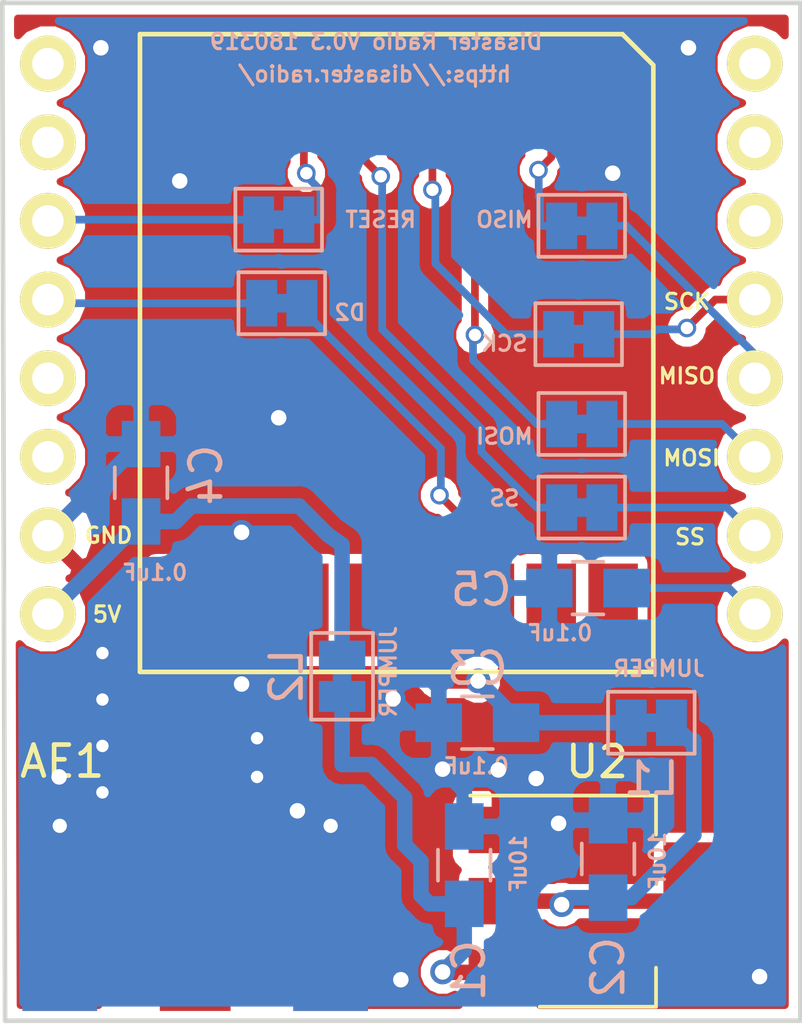
<source format=kicad_pcb>
(kicad_pcb (version 20171130) (host pcbnew 5.0.0-rc2-dev-unknown-c6ef0d5~62~ubuntu17.10.1)

  (general
    (thickness 1.2)
    (drawings 31)
    (tracks 179)
    (zones 0)
    (modules 17)
    (nets 32)
  )

  (page A4)
  (layers
    (0 F.Cu signal hide)
    (1 In1.Cu power hide)
    (2 In2.Cu power hide)
    (31 B.Cu signal)
    (33 F.Adhes user hide)
    (35 F.Paste user hide)
    (36 B.SilkS user hide)
    (37 F.SilkS user hide)
    (38 B.Mask user)
    (39 F.Mask user)
    (40 Dwgs.User user)
    (41 Cmts.User user)
    (42 Eco1.User user)
    (43 Eco2.User user)
    (44 Edge.Cuts user)
    (45 Margin user)
    (47 F.CrtYd user)
    (49 F.Fab user)
  )

  (setup
    (last_trace_width 0.25)
    (user_trace_width 0.5)
    (trace_clearance 0.2)
    (zone_clearance 0.3024)
    (zone_45_only no)
    (trace_min 0.2)
    (segment_width 0.2)
    (edge_width 0.15)
    (via_size 0.6)
    (via_drill 0.4)
    (via_min_size 0.4)
    (via_min_drill 0.3)
    (uvia_size 0.3)
    (uvia_drill 0.1)
    (uvias_allowed no)
    (uvia_min_size 0.2)
    (uvia_min_drill 0.1)
    (pcb_text_width 0.3)
    (pcb_text_size 1.5 1.5)
    (mod_edge_width 0.15)
    (mod_text_size 0.5 0.5)
    (mod_text_width 0.1)
    (pad_size 1.524 1.524)
    (pad_drill 0.762)
    (pad_to_mask_clearance 0.2)
    (aux_axis_origin 0 0)
    (visible_elements FFFFFFFF)
    (pcbplotparams
      (layerselection 0x010f0_ffffffff)
      (usegerberextensions true)
      (usegerberattributes true)
      (usegerberadvancedattributes true)
      (creategerberjobfile true)
      (excludeedgelayer true)
      (linewidth 0.100000)
      (plotframeref false)
      (viasonmask false)
      (mode 1)
      (useauxorigin false)
      (hpglpennumber 1)
      (hpglpenspeed 20)
      (hpglpendiameter 15)
      (psnegative false)
      (psa4output false)
      (plotreference true)
      (plotvalue true)
      (plotinvisibletext false)
      (padsonsilk false)
      (subtractmaskfromsilk false)
      (outputformat 1)
      (mirror false)
      (drillshape 0)
      (scaleselection 1)
      (outputdirectory gerber/))
  )

  (net 0 "")
  (net 1 "Net-(R1-Pad1)")
  (net 2 "Net-(R1-Pad2)")
  (net 3 "Net-(R2-Pad1)")
  (net 4 "Net-(R2-Pad2)")
  (net 5 /SS)
  (net 6 "Net-(R3-Pad2)")
  (net 7 /SCK)
  (net 8 "Net-(R4-Pad2)")
  (net 9 /MISO)
  (net 10 "Net-(R5-Pad2)")
  (net 11 /MOSI)
  (net 12 "Net-(R6-Pad2)")
  (net 13 "Net-(U1-Pad16)")
  (net 14 GND)
  (net 15 "Net-(U1-Pad15)")
  (net 16 +3V3)
  (net 17 "Net-(U1-Pad12)")
  (net 18 "Net-(U1-Pad11)")
  (net 19 "Net-(U1-Pad7)")
  (net 20 +5V)
  (net 21 "Net-(U3-Pad8)")
  (net 22 "Net-(U3-Pad7)")
  (net 23 "Net-(U3-Pad4)")
  (net 24 "Net-(U3-Pad3)")
  (net 25 "Net-(U3-Pad11)")
  (net 26 "Net-(U3-Pad10)")
  (net 27 "Net-(U3-Pad9)")
  (net 28 /50Ohm)
  (net 29 "Net-(C5-Pad2)")
  (net 30 /wemos_5V)
  (net 31 /RF95_3V3)

  (net_class Default "This is the default net class."
    (clearance 0.2)
    (trace_width 0.25)
    (via_dia 0.6)
    (via_drill 0.4)
    (uvia_dia 0.3)
    (uvia_drill 0.1)
    (add_net /50Ohm)
    (add_net /MISO)
    (add_net /MOSI)
    (add_net /SCK)
    (add_net /SS)
    (add_net "Net-(C5-Pad2)")
    (add_net "Net-(R1-Pad1)")
    (add_net "Net-(R1-Pad2)")
    (add_net "Net-(R2-Pad1)")
    (add_net "Net-(R2-Pad2)")
    (add_net "Net-(R3-Pad2)")
    (add_net "Net-(R4-Pad2)")
    (add_net "Net-(R5-Pad2)")
    (add_net "Net-(R6-Pad2)")
    (add_net "Net-(U1-Pad11)")
    (add_net "Net-(U1-Pad12)")
    (add_net "Net-(U1-Pad15)")
    (add_net "Net-(U1-Pad16)")
    (add_net "Net-(U1-Pad7)")
    (add_net "Net-(U3-Pad10)")
    (add_net "Net-(U3-Pad11)")
    (add_net "Net-(U3-Pad3)")
    (add_net "Net-(U3-Pad4)")
    (add_net "Net-(U3-Pad7)")
    (add_net "Net-(U3-Pad8)")
    (add_net "Net-(U3-Pad9)")
  )

  (net_class power ""
    (clearance 0.2)
    (trace_width 0.5)
    (via_dia 0.8)
    (via_drill 0.5)
    (uvia_dia 0.3)
    (uvia_drill 0.1)
    (add_net +3V3)
    (add_net +5V)
    (add_net /RF95_3V3)
    (add_net /wemos_5V)
    (add_net GND)
  )

  (module Jumper:SolderJumper-2_P1.3mm_Bridged_Pad1.0x1.5mm (layer B.Cu) (tedit 5AB099DF) (tstamp 5ABC2442)
    (at 154.5 82.2 180)
    (descr "SMD Solder Jumper, 1x1.5mm Pads, 0.3mm gap, bridged with 1 copper strip")
    (tags "solder jumper open")
    (path /59CC4726)
    (attr virtual)
    (fp_text reference R5 (at 0 1.8 180) (layer B.SilkS) hide
      (effects (font (size 1 1) (thickness 0.15)) (justify mirror))
    )
    (fp_text value JUMPER (at 0 -1.9 180) (layer B.Fab)
      (effects (font (size 1 1) (thickness 0.15)) (justify mirror))
    )
    (fp_line (start 1.65 -1.25) (end -1.65 -1.25) (layer B.CrtYd) (width 0.05))
    (fp_line (start 1.65 -1.25) (end 1.65 1.25) (layer B.CrtYd) (width 0.05))
    (fp_line (start -1.65 1.25) (end -1.65 -1.25) (layer B.CrtYd) (width 0.05))
    (fp_line (start -1.65 1.25) (end 1.65 1.25) (layer B.CrtYd) (width 0.05))
    (fp_line (start -1.4 1) (end 1.4 1) (layer B.SilkS) (width 0.12))
    (fp_line (start 1.4 1) (end 1.4 -1) (layer B.SilkS) (width 0.12))
    (fp_line (start 1.4 -1) (end -1.4 -1) (layer B.SilkS) (width 0.12))
    (fp_line (start -1.4 -1) (end -1.4 1) (layer B.SilkS) (width 0.12))
    (pad 1 smd rect (at -0.65 0 180) (size 1 1.5) (layers B.Cu B.Mask)
      (net 9 /MISO))
    (pad 2 smd rect (at 0.65 0 180) (size 1 1.5) (layers B.Cu B.Mask)
      (net 10 "Net-(R5-Pad2)"))
    (pad 1 smd rect (at 0 0 180) (size 0.5 0.6) (layers B.Cu B.Mask)
      (net 9 /MISO))
  )

  (module Jumper:SolderJumper-2_P1.3mm_Bridged_Pad1.0x1.5mm (layer B.Cu) (tedit 5AB099DC) (tstamp 5ABC2434)
    (at 154.4 85.7 180)
    (descr "SMD Solder Jumper, 1x1.5mm Pads, 0.3mm gap, bridged with 1 copper strip")
    (tags "solder jumper open")
    (path /59CF0F92)
    (attr virtual)
    (fp_text reference R4 (at 0 1.8 180) (layer B.SilkS) hide
      (effects (font (size 1 1) (thickness 0.15)) (justify mirror))
    )
    (fp_text value JUMPER (at 0 -1.9 180) (layer B.Fab)
      (effects (font (size 1 1) (thickness 0.15)) (justify mirror))
    )
    (fp_line (start -1.4 -1) (end -1.4 1) (layer B.SilkS) (width 0.12))
    (fp_line (start 1.4 -1) (end -1.4 -1) (layer B.SilkS) (width 0.12))
    (fp_line (start 1.4 1) (end 1.4 -1) (layer B.SilkS) (width 0.12))
    (fp_line (start -1.4 1) (end 1.4 1) (layer B.SilkS) (width 0.12))
    (fp_line (start -1.65 1.25) (end 1.65 1.25) (layer B.CrtYd) (width 0.05))
    (fp_line (start -1.65 1.25) (end -1.65 -1.25) (layer B.CrtYd) (width 0.05))
    (fp_line (start 1.65 -1.25) (end 1.65 1.25) (layer B.CrtYd) (width 0.05))
    (fp_line (start 1.65 -1.25) (end -1.65 -1.25) (layer B.CrtYd) (width 0.05))
    (pad 1 smd rect (at 0 0 180) (size 0.5 0.6) (layers B.Cu B.Mask)
      (net 7 /SCK))
    (pad 2 smd rect (at 0.65 0 180) (size 1 1.5) (layers B.Cu B.Mask)
      (net 8 "Net-(R4-Pad2)"))
    (pad 1 smd rect (at -0.65 0 180) (size 1 1.5) (layers B.Cu B.Mask)
      (net 7 /SCK))
  )

  (module Jumper:SolderJumper-2_P1.3mm_Bridged_Pad1.0x1.5mm (layer B.Cu) (tedit 5A3EABFC) (tstamp 5ABC2426)
    (at 156.75 98.25)
    (descr "SMD Solder Jumper, 1x1.5mm Pads, 0.3mm gap, bridged with 1 copper strip")
    (tags "solder jumper open")
    (path /5A1DFA59)
    (attr virtual)
    (fp_text reference L1 (at 0 1.8) (layer B.SilkS)
      (effects (font (size 1 1) (thickness 0.15)) (justify mirror))
    )
    (fp_text value JUMPER (at 0 -1.9) (layer B.Fab)
      (effects (font (size 1 1) (thickness 0.15)) (justify mirror))
    )
    (fp_line (start 1.65 -1.25) (end -1.65 -1.25) (layer B.CrtYd) (width 0.05))
    (fp_line (start 1.65 -1.25) (end 1.65 1.25) (layer B.CrtYd) (width 0.05))
    (fp_line (start -1.65 1.25) (end -1.65 -1.25) (layer B.CrtYd) (width 0.05))
    (fp_line (start -1.65 1.25) (end 1.65 1.25) (layer B.CrtYd) (width 0.05))
    (fp_line (start -1.4 1) (end 1.4 1) (layer B.SilkS) (width 0.12))
    (fp_line (start 1.4 1) (end 1.4 -1) (layer B.SilkS) (width 0.12))
    (fp_line (start 1.4 -1) (end -1.4 -1) (layer B.SilkS) (width 0.12))
    (fp_line (start -1.4 -1) (end -1.4 1) (layer B.SilkS) (width 0.12))
    (pad 1 smd rect (at -0.65 0) (size 1 1.5) (layers B.Cu B.Mask)
      (net 31 /RF95_3V3))
    (pad 2 smd rect (at 0.65 0) (size 1 1.5) (layers B.Cu B.Mask)
      (net 16 +3V3))
    (pad 1 smd rect (at 0 0) (size 0.5 0.6) (layers B.Cu B.Mask)
      (net 31 /RF95_3V3))
  )

  (module Jumper:SolderJumper-2_P1.3mm_Bridged_Pad1.0x1.5mm (layer B.Cu) (tedit 5A3EABFC) (tstamp 5ABC2418)
    (at 146.75 96.75 270)
    (descr "SMD Solder Jumper, 1x1.5mm Pads, 0.3mm gap, bridged with 1 copper strip")
    (tags "solder jumper open")
    (path /5A1CF7A6)
    (attr virtual)
    (fp_text reference L2 (at 0 1.8 270) (layer B.SilkS)
      (effects (font (size 1 1) (thickness 0.15)) (justify mirror))
    )
    (fp_text value JUMPER (at 0 -1.9 270) (layer B.Fab)
      (effects (font (size 1 1) (thickness 0.15)) (justify mirror))
    )
    (fp_line (start -1.4 -1) (end -1.4 1) (layer B.SilkS) (width 0.12))
    (fp_line (start 1.4 -1) (end -1.4 -1) (layer B.SilkS) (width 0.12))
    (fp_line (start 1.4 1) (end 1.4 -1) (layer B.SilkS) (width 0.12))
    (fp_line (start -1.4 1) (end 1.4 1) (layer B.SilkS) (width 0.12))
    (fp_line (start -1.65 1.25) (end 1.65 1.25) (layer B.CrtYd) (width 0.05))
    (fp_line (start -1.65 1.25) (end -1.65 -1.25) (layer B.CrtYd) (width 0.05))
    (fp_line (start 1.65 -1.25) (end 1.65 1.25) (layer B.CrtYd) (width 0.05))
    (fp_line (start 1.65 -1.25) (end -1.65 -1.25) (layer B.CrtYd) (width 0.05))
    (pad 1 smd rect (at 0 0 270) (size 0.5 0.6) (layers B.Cu B.Mask)
      (net 30 /wemos_5V))
    (pad 2 smd rect (at 0.65 0 270) (size 1 1.5) (layers B.Cu B.Mask)
      (net 20 +5V))
    (pad 1 smd rect (at -0.65 0 270) (size 1 1.5) (layers B.Cu B.Mask)
      (net 30 /wemos_5V))
  )

  (module Jumper:SolderJumper-2_P1.3mm_Bridged_Pad1.0x1.5mm (layer B.Cu) (tedit 5AB09A28) (tstamp 5ABC240A)
    (at 144.8 84.7)
    (descr "SMD Solder Jumper, 1x1.5mm Pads, 0.3mm gap, bridged with 1 copper strip")
    (tags "solder jumper open")
    (path /59CF1A56)
    (attr virtual)
    (fp_text reference R1 (at 0 1.8) (layer B.SilkS) hide
      (effects (font (size 1 1) (thickness 0.15)) (justify mirror))
    )
    (fp_text value JUMPER (at 0 -1.9) (layer B.Fab)
      (effects (font (size 1 1) (thickness 0.15)) (justify mirror))
    )
    (fp_line (start 1.65 -1.25) (end -1.65 -1.25) (layer B.CrtYd) (width 0.05))
    (fp_line (start 1.65 -1.25) (end 1.65 1.25) (layer B.CrtYd) (width 0.05))
    (fp_line (start -1.65 1.25) (end -1.65 -1.25) (layer B.CrtYd) (width 0.05))
    (fp_line (start -1.65 1.25) (end 1.65 1.25) (layer B.CrtYd) (width 0.05))
    (fp_line (start -1.4 1) (end 1.4 1) (layer B.SilkS) (width 0.12))
    (fp_line (start 1.4 1) (end 1.4 -1) (layer B.SilkS) (width 0.12))
    (fp_line (start 1.4 -1) (end -1.4 -1) (layer B.SilkS) (width 0.12))
    (fp_line (start -1.4 -1) (end -1.4 1) (layer B.SilkS) (width 0.12))
    (pad 1 smd rect (at -0.65 0) (size 1 1.5) (layers B.Cu B.Mask)
      (net 1 "Net-(R1-Pad1)"))
    (pad 2 smd rect (at 0.65 0) (size 1 1.5) (layers B.Cu B.Mask)
      (net 2 "Net-(R1-Pad2)"))
    (pad 1 smd rect (at 0 0) (size 0.5 0.6) (layers B.Cu B.Mask)
      (net 1 "Net-(R1-Pad1)"))
  )

  (module Jumper:SolderJumper-2_P1.3mm_Bridged_Pad1.0x1.5mm (layer B.Cu) (tedit 5AB09A25) (tstamp 5ABC23FC)
    (at 144.7 82)
    (descr "SMD Solder Jumper, 1x1.5mm Pads, 0.3mm gap, bridged with 1 copper strip")
    (tags "solder jumper open")
    (path /59CF1001)
    (attr virtual)
    (fp_text reference R2 (at 0 1.8) (layer B.SilkS) hide
      (effects (font (size 1 1) (thickness 0.15)) (justify mirror))
    )
    (fp_text value JUMPER (at 0 -1.9) (layer B.Fab)
      (effects (font (size 1 1) (thickness 0.15)) (justify mirror))
    )
    (fp_line (start -1.4 -1) (end -1.4 1) (layer B.SilkS) (width 0.12))
    (fp_line (start 1.4 -1) (end -1.4 -1) (layer B.SilkS) (width 0.12))
    (fp_line (start 1.4 1) (end 1.4 -1) (layer B.SilkS) (width 0.12))
    (fp_line (start -1.4 1) (end 1.4 1) (layer B.SilkS) (width 0.12))
    (fp_line (start -1.65 1.25) (end 1.65 1.25) (layer B.CrtYd) (width 0.05))
    (fp_line (start -1.65 1.25) (end -1.65 -1.25) (layer B.CrtYd) (width 0.05))
    (fp_line (start 1.65 -1.25) (end 1.65 1.25) (layer B.CrtYd) (width 0.05))
    (fp_line (start 1.65 -1.25) (end -1.65 -1.25) (layer B.CrtYd) (width 0.05))
    (pad 1 smd rect (at 0 0) (size 0.5 0.6) (layers B.Cu B.Mask)
      (net 3 "Net-(R2-Pad1)"))
    (pad 2 smd rect (at 0.65 0) (size 1 1.5) (layers B.Cu B.Mask)
      (net 4 "Net-(R2-Pad2)"))
    (pad 1 smd rect (at -0.65 0) (size 1 1.5) (layers B.Cu B.Mask)
      (net 3 "Net-(R2-Pad1)"))
  )

  (module Jumper:SolderJumper-2_P1.3mm_Bridged_Pad1.0x1.5mm (layer B.Cu) (tedit 5AB099D6) (tstamp 5ABC23EE)
    (at 154.5 91.3 180)
    (descr "SMD Solder Jumper, 1x1.5mm Pads, 0.3mm gap, bridged with 1 copper strip")
    (tags "solder jumper open")
    (path /59CC447A)
    (attr virtual)
    (fp_text reference R3 (at 0 1.8 180) (layer B.SilkS) hide
      (effects (font (size 1 1) (thickness 0.15)) (justify mirror))
    )
    (fp_text value JUMPER (at 0 -1.9 180) (layer B.Fab)
      (effects (font (size 1 1) (thickness 0.15)) (justify mirror))
    )
    (fp_line (start 1.65 -1.25) (end -1.65 -1.25) (layer B.CrtYd) (width 0.05))
    (fp_line (start 1.65 -1.25) (end 1.65 1.25) (layer B.CrtYd) (width 0.05))
    (fp_line (start -1.65 1.25) (end -1.65 -1.25) (layer B.CrtYd) (width 0.05))
    (fp_line (start -1.65 1.25) (end 1.65 1.25) (layer B.CrtYd) (width 0.05))
    (fp_line (start -1.4 1) (end 1.4 1) (layer B.SilkS) (width 0.12))
    (fp_line (start 1.4 1) (end 1.4 -1) (layer B.SilkS) (width 0.12))
    (fp_line (start 1.4 -1) (end -1.4 -1) (layer B.SilkS) (width 0.12))
    (fp_line (start -1.4 -1) (end -1.4 1) (layer B.SilkS) (width 0.12))
    (pad 1 smd rect (at -0.65 0 180) (size 1 1.5) (layers B.Cu B.Mask)
      (net 5 /SS))
    (pad 2 smd rect (at 0.65 0 180) (size 1 1.5) (layers B.Cu B.Mask)
      (net 6 "Net-(R3-Pad2)"))
    (pad 1 smd rect (at 0 0 180) (size 0.5 0.6) (layers B.Cu B.Mask)
      (net 5 /SS))
  )

  (module Jumper:SolderJumper-2_P1.3mm_Bridged_Pad1.0x1.5mm (layer B.Cu) (tedit 5AB099D9) (tstamp 5ABC23E0)
    (at 154.5 88.6 180)
    (descr "SMD Solder Jumper, 1x1.5mm Pads, 0.3mm gap, bridged with 1 copper strip")
    (tags "solder jumper open")
    (path /59CC47A1)
    (attr virtual)
    (fp_text reference R6 (at 0 1.8 180) (layer B.SilkS) hide
      (effects (font (size 1 1) (thickness 0.15)) (justify mirror))
    )
    (fp_text value JUMPER (at 0 -1.9 180) (layer B.Fab)
      (effects (font (size 1 1) (thickness 0.15)) (justify mirror))
    )
    (fp_line (start -1.4 -1) (end -1.4 1) (layer B.SilkS) (width 0.12))
    (fp_line (start 1.4 -1) (end -1.4 -1) (layer B.SilkS) (width 0.12))
    (fp_line (start 1.4 1) (end 1.4 -1) (layer B.SilkS) (width 0.12))
    (fp_line (start -1.4 1) (end 1.4 1) (layer B.SilkS) (width 0.12))
    (fp_line (start -1.65 1.25) (end 1.65 1.25) (layer B.CrtYd) (width 0.05))
    (fp_line (start -1.65 1.25) (end -1.65 -1.25) (layer B.CrtYd) (width 0.05))
    (fp_line (start 1.65 -1.25) (end 1.65 1.25) (layer B.CrtYd) (width 0.05))
    (fp_line (start 1.65 -1.25) (end -1.65 -1.25) (layer B.CrtYd) (width 0.05))
    (pad 1 smd rect (at 0 0 180) (size 0.5 0.6) (layers B.Cu B.Mask)
      (net 11 /MOSI))
    (pad 2 smd rect (at 0.65 0 180) (size 1 1.5) (layers B.Cu B.Mask)
      (net 12 "Net-(R6-Pad2)"))
    (pad 1 smd rect (at -0.65 0 180) (size 1 1.5) (layers B.Cu B.Mask)
      (net 11 /MOSI))
  )

  (module DisasterRadio:D1_mini_board (layer F.Cu) (tedit 5A55A9CD) (tstamp 5A145839)
    (at 148.6662 87.122)
    (path /59DACFEC)
    (fp_text reference U3 (at -11.1662 9.678) (layer F.SilkS) hide
      (effects (font (size 1 1) (thickness 0.15)))
    )
    (fp_text value WeMos_mini (at -0.9652 -11.6205) (layer F.Fab)
      (effects (font (size 1 1) (thickness 0.15)))
    )
    (pad 8 thru_hole circle (at -11.43 -10.16) (size 1.8 1.8) (drill 1.016) (layers *.Cu *.Mask F.SilkS)
      (net 21 "Net-(U3-Pad8)"))
    (pad 7 thru_hole circle (at -11.43 -7.62) (size 1.8 1.8) (drill 1.016) (layers *.Cu *.Mask F.SilkS)
      (net 22 "Net-(U3-Pad7)"))
    (pad 6 thru_hole circle (at -11.43 -5.08) (size 1.8 1.8) (drill 1.016) (layers *.Cu *.Mask F.SilkS)
      (net 3 "Net-(R2-Pad1)"))
    (pad 5 thru_hole circle (at -11.43 -2.54) (size 1.8 1.8) (drill 1.016) (layers *.Cu *.Mask F.SilkS)
      (net 1 "Net-(R1-Pad1)"))
    (pad 4 thru_hole circle (at -11.43 0) (size 1.8 1.8) (drill 1.016) (layers *.Cu *.Mask F.SilkS)
      (net 23 "Net-(U3-Pad4)"))
    (pad 3 thru_hole circle (at -11.43 2.54) (size 1.8 1.8) (drill 1.016) (layers *.Cu *.Mask F.SilkS)
      (net 24 "Net-(U3-Pad3)"))
    (pad 2 thru_hole circle (at -11.43 5.08) (size 1.8 1.8) (drill 1.016) (layers *.Cu *.Mask F.SilkS)
      (net 14 GND))
    (pad 1 thru_hole circle (at -11.43 7.62) (size 1.8 1.8) (drill 1.016) (layers *.Cu *.Mask F.SilkS)
      (net 30 /wemos_5V))
    (pad 16 thru_hole circle (at 11.43 7.62) (size 1.8 1.8) (drill 1.016) (layers *.Cu *.Mask F.SilkS)
      (net 29 "Net-(C5-Pad2)"))
    (pad 15 thru_hole circle (at 11.43 5.08) (size 1.8 1.8) (drill 1.016) (layers *.Cu *.Mask F.SilkS)
      (net 5 /SS))
    (pad 14 thru_hole circle (at 11.43 2.54) (size 1.8 1.8) (drill 1.016) (layers *.Cu *.Mask F.SilkS)
      (net 11 /MOSI))
    (pad 13 thru_hole circle (at 11.43 0) (size 1.8 1.8) (drill 1.016) (layers *.Cu *.Mask F.SilkS)
      (net 9 /MISO))
    (pad 12 thru_hole circle (at 11.43 -2.54) (size 1.8 1.8) (drill 1.016) (layers *.Cu *.Mask F.SilkS)
      (net 7 /SCK))
    (pad 11 thru_hole circle (at 11.43 -5.08) (size 1.8 1.8) (drill 1.016) (layers *.Cu *.Mask F.SilkS)
      (net 25 "Net-(U3-Pad11)"))
    (pad 10 thru_hole circle (at 11.43 -7.62) (size 1.8 1.8) (drill 1.016) (layers *.Cu *.Mask F.SilkS)
      (net 26 "Net-(U3-Pad10)"))
    (pad 9 thru_hole circle (at 11.43 -10.16) (size 1.8 1.8) (drill 1.016) (layers *.Cu *.Mask F.SilkS)
      (net 27 "Net-(U3-Pad9)"))
  )

  (module Capacitors_SMD:C_0805_HandSoldering (layer B.Cu) (tedit 58AA84A8) (tstamp 5A1DC01F)
    (at 151.125 98.25 180)
    (descr "Capacitor SMD 0805, hand soldering")
    (tags "capacitor 0805")
    (path /5A1DF95C)
    (attr smd)
    (fp_text reference C3 (at 0 1.75 180) (layer B.SilkS)
      (effects (font (size 1 1) (thickness 0.15)) (justify mirror))
    )
    (fp_text value 0.1uF (at 0 -1.75 180) (layer B.Fab)
      (effects (font (size 1 1) (thickness 0.15)) (justify mirror))
    )
    (fp_line (start 2.25 -0.87) (end -2.25 -0.87) (layer B.CrtYd) (width 0.05))
    (fp_line (start 2.25 -0.87) (end 2.25 0.88) (layer B.CrtYd) (width 0.05))
    (fp_line (start -2.25 0.88) (end -2.25 -0.87) (layer B.CrtYd) (width 0.05))
    (fp_line (start -2.25 0.88) (end 2.25 0.88) (layer B.CrtYd) (width 0.05))
    (fp_line (start -0.5 -0.85) (end 0.5 -0.85) (layer B.SilkS) (width 0.12))
    (fp_line (start 0.5 0.85) (end -0.5 0.85) (layer B.SilkS) (width 0.12))
    (fp_line (start -1 0.62) (end 1 0.62) (layer B.Fab) (width 0.1))
    (fp_line (start 1 0.62) (end 1 -0.62) (layer B.Fab) (width 0.1))
    (fp_line (start 1 -0.62) (end -1 -0.62) (layer B.Fab) (width 0.1))
    (fp_line (start -1 -0.62) (end -1 0.62) (layer B.Fab) (width 0.1))
    (fp_text user %R (at 0 1.75 180) (layer B.Fab)
      (effects (font (size 1 1) (thickness 0.15)) (justify mirror))
    )
    (pad 2 smd rect (at 1.25 0 180) (size 1.5 1.25) (layers B.Cu B.Mask)
      (net 14 GND))
    (pad 1 smd rect (at -1.25 0 180) (size 1.5 1.25) (layers B.Cu B.Mask)
      (net 31 /RF95_3V3))
    (model Capacitors_SMD.3dshapes/C_0805.wrl
      (at (xyz 0 0 0))
      (scale (xyz 1 1 1))
      (rotate (xyz 0 0 0))
    )
  )

  (module Capacitors_SMD:C_0805_HandSoldering (layer B.Cu) (tedit 58AA84A8) (tstamp 5A1DC041)
    (at 154.7 93.9)
    (descr "Capacitor SMD 0805, hand soldering")
    (tags "capacitor 0805")
    (path /5A1F028E)
    (attr smd)
    (fp_text reference C5 (at -3.45 0.05) (layer B.SilkS)
      (effects (font (size 1 1) (thickness 0.15)) (justify mirror))
    )
    (fp_text value 0.1uF (at 0 -1.75) (layer B.Fab)
      (effects (font (size 1 1) (thickness 0.15)) (justify mirror))
    )
    (fp_line (start 2.25 -0.87) (end -2.25 -0.87) (layer B.CrtYd) (width 0.05))
    (fp_line (start 2.25 -0.87) (end 2.25 0.88) (layer B.CrtYd) (width 0.05))
    (fp_line (start -2.25 0.88) (end -2.25 -0.87) (layer B.CrtYd) (width 0.05))
    (fp_line (start -2.25 0.88) (end 2.25 0.88) (layer B.CrtYd) (width 0.05))
    (fp_line (start -0.5 -0.85) (end 0.5 -0.85) (layer B.SilkS) (width 0.12))
    (fp_line (start 0.5 0.85) (end -0.5 0.85) (layer B.SilkS) (width 0.12))
    (fp_line (start -1 0.62) (end 1 0.62) (layer B.Fab) (width 0.1))
    (fp_line (start 1 0.62) (end 1 -0.62) (layer B.Fab) (width 0.1))
    (fp_line (start 1 -0.62) (end -1 -0.62) (layer B.Fab) (width 0.1))
    (fp_line (start -1 -0.62) (end -1 0.62) (layer B.Fab) (width 0.1))
    (fp_text user %R (at 0 1.75) (layer B.Fab)
      (effects (font (size 1 1) (thickness 0.15)) (justify mirror))
    )
    (pad 2 smd rect (at 1.25 0) (size 1.5 1.25) (layers B.Cu B.Mask)
      (net 29 "Net-(C5-Pad2)"))
    (pad 1 smd rect (at -1.25 0) (size 1.5 1.25) (layers B.Cu B.Mask)
      (net 14 GND))
    (model Capacitors_SMD.3dshapes/C_0805.wrl
      (at (xyz 0 0 0))
      (scale (xyz 1 1 1))
      (rotate (xyz 0 0 0))
    )
  )

  (module Capacitors_SMD:C_0805_HandSoldering (layer B.Cu) (tedit 58AA84A8) (tstamp 5A1DC030)
    (at 140.25 90.5 270)
    (descr "Capacitor SMD 0805, hand soldering")
    (tags "capacitor 0805")
    (path /5A1CF19C)
    (attr smd)
    (fp_text reference C4 (at -0.25 -2.1 270) (layer B.SilkS)
      (effects (font (size 1 1) (thickness 0.15)) (justify mirror))
    )
    (fp_text value 0.1uF (at 0 -1.75 270) (layer B.Fab)
      (effects (font (size 1 1) (thickness 0.15)) (justify mirror))
    )
    (fp_line (start 2.25 -0.87) (end -2.25 -0.87) (layer B.CrtYd) (width 0.05))
    (fp_line (start 2.25 -0.87) (end 2.25 0.88) (layer B.CrtYd) (width 0.05))
    (fp_line (start -2.25 0.88) (end -2.25 -0.87) (layer B.CrtYd) (width 0.05))
    (fp_line (start -2.25 0.88) (end 2.25 0.88) (layer B.CrtYd) (width 0.05))
    (fp_line (start -0.5 -0.85) (end 0.5 -0.85) (layer B.SilkS) (width 0.12))
    (fp_line (start 0.5 0.85) (end -0.5 0.85) (layer B.SilkS) (width 0.12))
    (fp_line (start -1 0.62) (end 1 0.62) (layer B.Fab) (width 0.1))
    (fp_line (start 1 0.62) (end 1 -0.62) (layer B.Fab) (width 0.1))
    (fp_line (start 1 -0.62) (end -1 -0.62) (layer B.Fab) (width 0.1))
    (fp_line (start -1 -0.62) (end -1 0.62) (layer B.Fab) (width 0.1))
    (fp_text user %R (at 0 1.75 270) (layer B.Fab)
      (effects (font (size 1 1) (thickness 0.15)) (justify mirror))
    )
    (pad 2 smd rect (at 1.25 0 270) (size 1.5 1.25) (layers B.Cu B.Mask)
      (net 30 /wemos_5V))
    (pad 1 smd rect (at -1.25 0 270) (size 1.5 1.25) (layers B.Cu B.Mask)
      (net 14 GND))
    (model Capacitors_SMD.3dshapes/C_0805.wrl
      (at (xyz 0 0 0))
      (scale (xyz 1 1 1))
      (rotate (xyz 0 0 0))
    )
  )

  (module Connectors_Molex:Molex_SMA_Jack_Edge_Mount (layer F.Cu) (tedit 587D2992) (tstamp 5A016BDB)
    (at 142 103.3 90)
    (descr "Molex SMA Jack, Edge Mount, http://www.molex.com/pdm_docs/sd/732511150_sd.pdf")
    (tags "sma edge")
    (path /59CB0BD9)
    (zone_connect 2)
    (attr smd)
    (fp_text reference AE1 (at 3.8 -4.3 180) (layer F.SilkS)
      (effects (font (size 1 1) (thickness 0.15)))
    )
    (fp_text value Antenna_Shield (at -1.72 -7.11 90) (layer F.Fab)
      (effects (font (size 1 1) (thickness 0.15)))
    )
    (fp_line (start -4.76 -0.38) (end 0.49 -0.38) (layer F.Fab) (width 0.1))
    (fp_line (start -4.76 0.38) (end 0.49 0.38) (layer F.Fab) (width 0.1))
    (fp_line (start 0.49 -0.38) (end 0.49 0.38) (layer F.Fab) (width 0.1))
    (fp_line (start 0.49 3.75) (end 0.49 4.76) (layer F.Fab) (width 0.1))
    (fp_line (start 0.49 -4.76) (end 0.49 -3.75) (layer F.Fab) (width 0.1))
    (fp_line (start -14.29 -6.09) (end -14.29 6.09) (layer F.CrtYd) (width 0.05))
    (fp_line (start -14.29 6.09) (end 2.71 6.09) (layer F.CrtYd) (width 0.05))
    (fp_line (start 2.71 -6.09) (end 2.71 6.09) (layer B.CrtYd) (width 0.05))
    (fp_line (start -14.29 -6.09) (end 2.71 -6.09) (layer B.CrtYd) (width 0.05))
    (fp_line (start -14.29 -6.09) (end -14.29 6.09) (layer B.CrtYd) (width 0.05))
    (fp_line (start -14.29 6.09) (end 2.71 6.09) (layer B.CrtYd) (width 0.05))
    (fp_line (start 2.71 -6.09) (end 2.71 6.09) (layer F.CrtYd) (width 0.05))
    (fp_line (start 2.71 -6.09) (end -14.29 -6.09) (layer F.CrtYd) (width 0.05))
    (fp_line (start -4.76 -3.75) (end 0.49 -3.75) (layer F.Fab) (width 0.1))
    (fp_line (start -4.76 3.75) (end 0.49 3.75) (layer F.Fab) (width 0.1))
    (fp_line (start -13.79 -2.65) (end -5.91 -2.65) (layer F.Fab) (width 0.1))
    (fp_line (start -13.79 -2.65) (end -13.79 2.65) (layer F.Fab) (width 0.1))
    (fp_line (start -13.79 2.65) (end -5.91 2.65) (layer F.Fab) (width 0.1))
    (fp_line (start -4.76 -3.75) (end -4.76 3.75) (layer F.Fab) (width 0.1))
    (fp_line (start 0.49 -4.76) (end -5.91 -4.76) (layer F.Fab) (width 0.1))
    (fp_line (start -5.91 -4.76) (end -5.91 4.76) (layer F.Fab) (width 0.1))
    (fp_line (start -5.91 4.76) (end 0.49 4.76) (layer F.Fab) (width 0.1))
    (pad 1 smd rect (at -1.72 0 90) (size 5.08 2.29) (layers F.Cu F.Paste F.Mask)
      (net 28 /50Ohm) (zone_connect 2))
    (pad 2 smd rect (at -1.72 -4.38 90) (size 5.08 2.42) (layers F.Cu F.Paste F.Mask)
      (net 14 GND) (zone_connect 2))
    (pad 2 smd rect (at -1.72 4.38 90) (size 5.08 2.42) (layers F.Cu F.Paste F.Mask)
      (net 14 GND) (zone_connect 2))
    (pad 2 smd rect (at -1.72 -4.38 90) (size 5.08 2.42) (layers B.Cu B.Mask)
      (net 14 GND) (zone_connect 2))
    (pad 2 smd rect (at -1.72 4.38 90) (size 5.08 2.42) (layers B.Cu B.Mask)
      (net 14 GND) (zone_connect 2))
    (pad 2 thru_hole circle (at 1.72 -4.38 90) (size 0.97 0.97) (drill 0.46) (layers *.Cu)
      (net 14 GND) (zone_connect 2))
    (pad 2 thru_hole circle (at 1.72 4.38 90) (size 0.97 0.97) (drill 0.46) (layers *.Cu)
      (net 14 GND) (zone_connect 2))
    (pad 2 smd rect (at 1.27 -4.38 90) (size 0.89 0.46) (layers F.Cu)
      (net 14 GND) (zone_connect 2))
    (pad 2 smd rect (at 1.27 4.38 90) (size 0.89 0.46) (layers F.Cu)
      (net 14 GND) (zone_connect 2))
    (pad 2 smd rect (at 1.27 -4.38 90) (size 0.89 0.46) (layers B.Cu)
      (net 14 GND) (zone_connect 2))
    (pad 2 smd rect (at 1.27 4.38 90) (size 0.89 0.46) (layers B.Cu)
      (net 14 GND) (zone_connect 2))
    (model ${KISYS3DMOD}/Connectors_Molex.3dshapes/Molex_SMA_Jack_Edge_Mount.wrl
      (at (xyz 0 0 0))
      (scale (xyz 1 1 1))
      (rotate (xyz 0 0 0))
    )
  )

  (module Capacitors_SMD:C_0805_HandSoldering (layer B.Cu) (tedit 58AA84A8) (tstamp 5A5454D4)
    (at 150.7 102.85 270)
    (descr "Capacitor SMD 0805, hand soldering")
    (tags "capacitor 0805")
    (path /59DDA458)
    (attr smd)
    (fp_text reference C1 (at 3.4 -0.15 270) (layer B.SilkS)
      (effects (font (size 1 1) (thickness 0.15)) (justify mirror))
    )
    (fp_text value 10uF (at 0 -1.75 270) (layer B.Fab)
      (effects (font (size 1 1) (thickness 0.15)) (justify mirror))
    )
    (fp_text user %R (at 0 1.75 270) (layer B.Fab)
      (effects (font (size 1 1) (thickness 0.15)) (justify mirror))
    )
    (fp_line (start -1 -0.62) (end -1 0.62) (layer B.Fab) (width 0.1))
    (fp_line (start 1 -0.62) (end -1 -0.62) (layer B.Fab) (width 0.1))
    (fp_line (start 1 0.62) (end 1 -0.62) (layer B.Fab) (width 0.1))
    (fp_line (start -1 0.62) (end 1 0.62) (layer B.Fab) (width 0.1))
    (fp_line (start 0.5 0.85) (end -0.5 0.85) (layer B.SilkS) (width 0.12))
    (fp_line (start -0.5 -0.85) (end 0.5 -0.85) (layer B.SilkS) (width 0.12))
    (fp_line (start -2.25 0.88) (end 2.25 0.88) (layer B.CrtYd) (width 0.05))
    (fp_line (start -2.25 0.88) (end -2.25 -0.87) (layer B.CrtYd) (width 0.05))
    (fp_line (start 2.25 -0.87) (end 2.25 0.88) (layer B.CrtYd) (width 0.05))
    (fp_line (start 2.25 -0.87) (end -2.25 -0.87) (layer B.CrtYd) (width 0.05))
    (pad 1 smd rect (at -1.25 0 270) (size 1.5 1.25) (layers B.Cu B.Mask)
      (net 14 GND))
    (pad 2 smd rect (at 1.25 0 270) (size 1.5 1.25) (layers B.Cu B.Mask)
      (net 20 +5V))
    (model Capacitors_SMD.3dshapes/C_0805.wrl
      (at (xyz 0 0 0))
      (scale (xyz 1 1 1))
      (rotate (xyz 0 0 0))
    )
  )

  (module Capacitors_SMD:C_0805_HandSoldering (layer B.Cu) (tedit 58AA84A8) (tstamp 5A016BE7)
    (at 155.35 102.65 270)
    (descr "Capacitor SMD 0805, hand soldering")
    (tags "capacitor 0805")
    (path /59DDA417)
    (attr smd)
    (fp_text reference C2 (at 3.5 0 270) (layer B.SilkS)
      (effects (font (size 1 1) (thickness 0.15)) (justify mirror))
    )
    (fp_text value 10uF (at 0 -1.75 270) (layer B.Fab)
      (effects (font (size 1 1) (thickness 0.15)) (justify mirror))
    )
    (fp_text user %R (at 0 1.75 270) (layer B.Fab)
      (effects (font (size 1 1) (thickness 0.15)) (justify mirror))
    )
    (fp_line (start -1 -0.62) (end -1 0.62) (layer B.Fab) (width 0.1))
    (fp_line (start 1 -0.62) (end -1 -0.62) (layer B.Fab) (width 0.1))
    (fp_line (start 1 0.62) (end 1 -0.62) (layer B.Fab) (width 0.1))
    (fp_line (start -1 0.62) (end 1 0.62) (layer B.Fab) (width 0.1))
    (fp_line (start 0.5 0.85) (end -0.5 0.85) (layer B.SilkS) (width 0.12))
    (fp_line (start -0.5 -0.85) (end 0.5 -0.85) (layer B.SilkS) (width 0.12))
    (fp_line (start -2.25 0.88) (end 2.25 0.88) (layer B.CrtYd) (width 0.05))
    (fp_line (start -2.25 0.88) (end -2.25 -0.87) (layer B.CrtYd) (width 0.05))
    (fp_line (start 2.25 -0.87) (end 2.25 0.88) (layer B.CrtYd) (width 0.05))
    (fp_line (start 2.25 -0.87) (end -2.25 -0.87) (layer B.CrtYd) (width 0.05))
    (pad 1 smd rect (at -1.25 0 270) (size 1.5 1.25) (layers B.Cu B.Mask)
      (net 14 GND))
    (pad 2 smd rect (at 1.25 0 270) (size 1.5 1.25) (layers B.Cu B.Mask)
      (net 16 +3V3))
    (model Capacitors_SMD.3dshapes/C_0805.wrl
      (at (xyz 0 0 0))
      (scale (xyz 1 1 1))
      (rotate (xyz 0 0 0))
    )
  )

  (module DisasterRadio:RFM95 (layer F.Cu) (tedit 5A55A851) (tstamp 5A545229)
    (at 148.5138 86.3092 180)
    (path /59C9C638)
    (fp_text reference U1 (at -0.3362 -1.5408) (layer F.SilkS) hide
      (effects (font (size 1.2 1.2) (thickness 0.15)))
    )
    (fp_text value RFM95 (at 0 0 180) (layer F.Fab)
      (effects (font (size 1.2 1.2) (thickness 0.15)))
    )
    (fp_line (start -8.3 9.3) (end -7.3 10.3) (layer F.SilkS) (width 0.15))
    (fp_line (start -8.3 -10.3) (end -8.3 9.3) (layer F.SilkS) (width 0.15))
    (fp_line (start -7.3 10.3) (end 8.3 10.3) (layer F.SilkS) (width 0.15))
    (fp_line (start 8.3 10.3) (end 8.3 -10.3) (layer F.SilkS) (width 0.15))
    (fp_line (start 8.3 -10.3) (end -8.3 -10.3) (layer F.SilkS) (width 0.15))
    (pad 16 smd rect (at -7 -8.3 180) (size 1.6 3) (layers F.Cu F.Paste F.Mask)
      (net 13 "Net-(U1-Pad16)"))
    (pad 1 smd rect (at -7 8.3 180) (size 1.6 3) (layers F.Cu F.Paste F.Mask)
      (net 14 GND))
    (pad 15 smd rect (at -5 -8.3 180) (size 1.6 3) (layers F.Cu F.Paste F.Mask)
      (net 15 "Net-(U1-Pad15)"))
    (pad 2 smd rect (at -5 8.3 180) (size 1.6 3) (layers F.Cu F.Paste F.Mask)
      (net 10 "Net-(R5-Pad2)"))
    (pad 14 smd rect (at -3 -8.3 180) (size 1.6 3) (layers F.Cu F.Paste F.Mask)
      (net 2 "Net-(R1-Pad2)"))
    (pad 3 smd rect (at -3 8.3 180) (size 1.6 3) (layers F.Cu F.Paste F.Mask)
      (net 12 "Net-(R6-Pad2)"))
    (pad 13 smd rect (at -1 -8.3 180) (size 1.6 3) (layers F.Cu F.Paste F.Mask)
      (net 31 /RF95_3V3))
    (pad 4 smd rect (at -1 8.3 180) (size 1.6 3) (layers F.Cu F.Paste F.Mask)
      (net 8 "Net-(R4-Pad2)"))
    (pad 12 smd rect (at 1 -8.3 180) (size 1.6 3) (layers F.Cu F.Paste F.Mask)
      (net 17 "Net-(U1-Pad12)"))
    (pad 5 smd rect (at 1 8.3 180) (size 1.6 3) (layers F.Cu F.Paste F.Mask)
      (net 6 "Net-(R3-Pad2)"))
    (pad 11 smd rect (at 3 -8.3 180) (size 1.6 3) (layers F.Cu F.Paste F.Mask)
      (net 18 "Net-(U1-Pad11)"))
    (pad 6 smd rect (at 3 8.3 180) (size 1.6 3) (layers F.Cu F.Paste F.Mask)
      (net 4 "Net-(R2-Pad2)"))
    (pad 10 smd rect (at 5 -8.3 180) (size 1.6 3) (layers F.Cu F.Paste F.Mask)
      (net 14 GND))
    (pad 7 smd rect (at 5 8.3 180) (size 1.6 3) (layers F.Cu F.Paste F.Mask)
      (net 19 "Net-(U1-Pad7)"))
    (pad 9 smd rect (at 7 -8.3 180) (size 1.6 3) (layers F.Cu F.Paste F.Mask)
      (net 28 /50Ohm))
    (pad 8 smd rect (at 7 8.3 180) (size 1.6 3) (layers F.Cu F.Paste F.Mask)
      (net 14 GND))
  )

  (module TO_SOT_Packages_SMD:SOT-223 (layer F.Cu) (tedit 58CE4E7E) (tstamp 5A016C27)
    (at 154.9908 104.013)
    (descr "module CMS SOT223 4 pins")
    (tags "CMS SOT")
    (path /59DDA3AE)
    (attr smd)
    (fp_text reference U2 (at 0 -4.5) (layer F.SilkS)
      (effects (font (size 1 1) (thickness 0.15)))
    )
    (fp_text value LM1117-3.3 (at 0 4.5) (layer F.Fab)
      (effects (font (size 1 1) (thickness 0.15)))
    )
    (fp_text user %R (at 0 0 90) (layer F.Fab)
      (effects (font (size 0.8 0.8) (thickness 0.12)))
    )
    (fp_line (start -1.85 -2.3) (end -0.8 -3.35) (layer F.Fab) (width 0.1))
    (fp_line (start 1.91 3.41) (end 1.91 2.15) (layer F.SilkS) (width 0.12))
    (fp_line (start 1.91 -3.41) (end 1.91 -2.15) (layer F.SilkS) (width 0.12))
    (fp_line (start 4.4 -3.6) (end -4.4 -3.6) (layer F.CrtYd) (width 0.05))
    (fp_line (start 4.4 3.6) (end 4.4 -3.6) (layer F.CrtYd) (width 0.05))
    (fp_line (start -4.4 3.6) (end 4.4 3.6) (layer F.CrtYd) (width 0.05))
    (fp_line (start -4.4 -3.6) (end -4.4 3.6) (layer F.CrtYd) (width 0.05))
    (fp_line (start -1.85 -2.3) (end -1.85 3.35) (layer F.Fab) (width 0.1))
    (fp_line (start -1.85 3.41) (end 1.91 3.41) (layer F.SilkS) (width 0.12))
    (fp_line (start -0.8 -3.35) (end 1.85 -3.35) (layer F.Fab) (width 0.1))
    (fp_line (start -4.1 -3.41) (end 1.91 -3.41) (layer F.SilkS) (width 0.12))
    (fp_line (start -1.85 3.35) (end 1.85 3.35) (layer F.Fab) (width 0.1))
    (fp_line (start 1.85 -3.35) (end 1.85 3.35) (layer F.Fab) (width 0.1))
    (pad 4 smd rect (at 3.15 0) (size 2 3.8) (layers F.Cu F.Paste F.Mask)
      (net 16 +3V3))
    (pad 2 smd rect (at -3.15 0) (size 2 1.5) (layers F.Cu F.Paste F.Mask)
      (net 16 +3V3))
    (pad 3 smd rect (at -3.15 2.3) (size 2 1.5) (layers F.Cu F.Paste F.Mask)
      (net 20 +5V))
    (pad 1 smd rect (at -3.15 -2.3) (size 2 1.5) (layers F.Cu F.Paste F.Mask)
      (net 14 GND))
    (model ${KISYS3DMOD}/TO_SOT_Packages_SMD.3dshapes/SOT-223.wrl
      (at (xyz 0 0 0))
      (scale (xyz 1 1 1))
      (rotate (xyz 0 0 0))
    )
  )

  (gr_text 0.1uF (at 140.7 93.4) (layer B.SilkS) (tstamp 5A55B791)
    (effects (font (size 0.5 0.5) (thickness 0.1)) (justify mirror))
  )
  (gr_text 10uF (at 156.95 102.7 90) (layer B.SilkS) (tstamp 5A55B78F)
    (effects (font (size 0.5 0.5) (thickness 0.1)) (justify mirror))
  )
  (gr_text 10uF (at 152.45 102.8 90) (layer B.SilkS) (tstamp 5A55B789)
    (effects (font (size 0.5 0.5) (thickness 0.1)) (justify mirror))
  )
  (gr_text JUMPER (at 157 96.5) (layer B.SilkS) (tstamp 5A55B760)
    (effects (font (size 0.5 0.5) (thickness 0.1)) (justify mirror))
  )
  (gr_text 0.1uF (at 151.1 99.65) (layer B.SilkS) (tstamp 5A55B75A)
    (effects (font (size 0.5 0.5) (thickness 0.1)) (justify mirror))
  )
  (gr_text JUMPER (at 148.25 96.6 90) (layer B.SilkS) (tstamp 5A55B757)
    (effects (font (size 0.5 0.5) (thickness 0.1)) (justify mirror))
  )
  (gr_text 0.1uF (at 153.8 95.35) (layer B.SilkS) (tstamp 5A55B755)
    (effects (font (size 0.5 0.5) (thickness 0.1)) (justify mirror))
  )
  (gr_text "SS\n" (at 152 91) (layer B.SilkS) (tstamp 5A55B753)
    (effects (font (size 0.5 0.5) (thickness 0.1)) (justify mirror))
  )
  (gr_text MOSI (at 152 89) (layer B.SilkS) (tstamp 5A55B751)
    (effects (font (size 0.5 0.5) (thickness 0.1)) (justify mirror))
  )
  (gr_text SCK (at 152 86) (layer B.SilkS) (tstamp 5A55B74F)
    (effects (font (size 0.5 0.5) (thickness 0.1)) (justify mirror))
  )
  (gr_text MISO (at 152 82) (layer B.SilkS) (tstamp 5A55B74D)
    (effects (font (size 0.5 0.5) (thickness 0.1)) (justify mirror))
  )
  (gr_text D2 (at 147 85) (layer B.SilkS) (tstamp 5A55B74B)
    (effects (font (size 0.5 0.5) (thickness 0.1)) (justify mirror))
  )
  (gr_text RESET (at 148 82) (layer B.SilkS) (tstamp 5A55B745)
    (effects (font (size 0.5 0.5) (thickness 0.1)) (justify mirror))
  )
  (gr_text https://disaster.radio/ (at 147.8 77.3) (layer B.SilkS) (tstamp 5A55B73F)
    (effects (font (size 0.5 0.5) (thickness 0.1)) (justify mirror))
  )
  (gr_text "Disaster Radio V0.3 180319" (at 147.85 76.25) (layer B.SilkS)
    (effects (font (size 0.5 0.5) (thickness 0.1)) (justify mirror))
  )
  (gr_text 5V (at 139.15 94.75) (layer F.SilkS) (tstamp 5A55B55E)
    (effects (font (size 0.5 0.5) (thickness 0.1)))
  )
  (gr_text GND (at 139.2 92.2) (layer F.SilkS) (tstamp 5A55B55C)
    (effects (font (size 0.5 0.5) (thickness 0.1)))
  )
  (gr_text SS (at 158 92.25) (layer F.SilkS) (tstamp 5A55B54F)
    (effects (font (size 0.5 0.5) (thickness 0.1)))
  )
  (gr_text MOSI (at 158.05 89.7) (layer F.SilkS) (tstamp 5A55B54D)
    (effects (font (size 0.5 0.5) (thickness 0.1)))
  )
  (gr_text MISO (at 157.9 87.05) (layer F.SilkS) (tstamp 5A55B54B)
    (effects (font (size 0.5 0.5) (thickness 0.1)))
  )
  (gr_text SCK (at 157.9 84.65) (layer F.SilkS) (tstamp 5A55B548)
    (effects (font (size 0.5 0.5) (thickness 0.1)))
  )
  (gr_line (start 135.9 75.1) (end 136 75.2) (layer Dwgs.User) (width 0.2))
  (gr_line (start 135.8 107.9) (end 135.9 75.1) (layer Dwgs.User) (width 0.2))
  (gr_line (start 161.5 107.7) (end 135.8 107.9) (layer Dwgs.User) (width 0.2))
  (gr_line (start 161.5 75.2) (end 161.5 107.7) (layer Dwgs.User) (width 0.2))
  (gr_line (start 135.9 75.2) (end 161.5 75.2) (layer Dwgs.User) (width 0.2))
  (gr_line (start 135.763 74.9808) (end 135.8519 74.9808) (layer Edge.Cuts) (width 0.15))
  (gr_line (start 135.8519 107.8738) (end 135.763 75) (layer Edge.Cuts) (width 0.15))
  (gr_line (start 161.5694 107.8738) (end 135.8519 107.8738) (layer Edge.Cuts) (width 0.15))
  (gr_line (start 161.5694 75) (end 161.5694 107.8738) (layer Edge.Cuts) (width 0.15))
  (gr_line (start 135.763 75) (end 161.5694 75) (layer Edge.Cuts) (width 0.15))

  (segment (start 144.15 84.7) (end 144.624999 84.7) (width 0.25) (layer B.Cu) (net 1))
  (segment (start 144.15 84.7) (end 137.3542 84.7) (width 0.25) (layer B.Cu) (net 1))
  (segment (start 137.3542 84.7) (end 137.2362 84.582) (width 0.25) (layer B.Cu) (net 1))
  (segment (start 145.45 84.7) (end 145.375001 84.7) (width 0.25) (layer B.Cu) (net 2))
  (segment (start 145.45 84.7) (end 145.45 84.9) (width 0.25) (layer B.Cu) (net 2))
  (segment (start 145.45 84.9) (end 149.943346 89.393346) (width 0.25) (layer B.Cu) (net 2))
  (segment (start 149.943346 89.393346) (end 149.943346 90.856654) (width 0.25) (layer B.Cu) (net 2))
  (segment (start 149.943346 90.856654) (end 149.9 90.9) (width 0.25) (layer B.Cu) (net 2))
  (segment (start 149.9 90.9) (end 151.5138 92.5138) (width 0.25) (layer F.Cu) (net 2))
  (segment (start 151.5138 92.5138) (end 151.5138 94.6092) (width 0.25) (layer F.Cu) (net 2))
  (via (at 149.9 90.9) (size 0.6) (drill 0.4) (layers F.Cu B.Cu) (net 2))
  (segment (start 144.05 82) (end 144.524999 82) (width 0.25) (layer B.Cu) (net 3))
  (segment (start 144.05 82) (end 143.35 82) (width 0.25) (layer B.Cu) (net 3))
  (segment (start 143.35 82) (end 137.2782 82) (width 0.25) (layer B.Cu) (net 3))
  (segment (start 137.2782 82) (end 137.2362 82.042) (width 0.25) (layer B.Cu) (net 3))
  (segment (start 143.308 82.042) (end 143.35 82) (width 0.25) (layer B.Cu) (net 3))
  (segment (start 146.05 82) (end 145.35 82) (width 0.25) (layer B.Cu) (net 4))
  (segment (start 146.05 82) (end 146.05 81.05) (width 0.25) (layer B.Cu) (net 4))
  (segment (start 146.05 81.05) (end 145.75 80.75) (width 0.25) (layer B.Cu) (net 4))
  (segment (start 145.75 80.75) (end 145.75 80.655192) (width 0.25) (layer B.Cu) (net 4))
  (segment (start 145.75 80.655192) (end 145.594409 80.499601) (width 0.25) (layer B.Cu) (net 4))
  (segment (start 145.5138 78.0092) (end 145.5138 80.418992) (width 0.25) (layer F.Cu) (net 4))
  (segment (start 145.5138 80.418992) (end 145.594409 80.499601) (width 0.25) (layer F.Cu) (net 4))
  (via (at 145.594409 80.499601) (size 0.6) (drill 0.4) (layers F.Cu B.Cu) (net 4))
  (via (at 145.594409 80.499601) (size 0.6) (drill 0.4) (layers F.Cu B.Cu) (net 4))
  (segment (start 155.15 91.3) (end 154.675001 91.3) (width 0.25) (layer B.Cu) (net 5))
  (segment (start 155.15 91.3) (end 159.1942 91.3) (width 0.25) (layer B.Cu) (net 5))
  (segment (start 159.1942 91.3) (end 160.0962 92.202) (width 0.25) (layer B.Cu) (net 5))
  (segment (start 159.4942 91.6) (end 160.0962 92.202) (width 0.25) (layer F.Cu) (net 5))
  (via (at 160.0962 92.202) (size 0.6) (drill 0.4) (layers F.Cu B.Cu) (net 5))
  (segment (start 153.85 91.3) (end 153.05 91.3) (width 0.25) (layer B.Cu) (net 6))
  (segment (start 151.25 88.75) (end 151.25 89.5) (width 0.25) (layer B.Cu) (net 6))
  (segment (start 148.046205 80.646205) (end 148.046205 85.546205) (width 0.25) (layer B.Cu) (net 6))
  (segment (start 148.046205 85.546205) (end 151.25 88.75) (width 0.25) (layer B.Cu) (net 6))
  (segment (start 148 80.6) (end 148.046205 80.646205) (width 0.25) (layer B.Cu) (net 6))
  (segment (start 151.25 89.5) (end 153.05 91.3) (width 0.25) (layer B.Cu) (net 6))
  (segment (start 153.05 91.3) (end 153.15 91.3) (width 0.25) (layer B.Cu) (net 6))
  (segment (start 148 80.6) (end 147.5138 80.1138) (width 0.25) (layer F.Cu) (net 6))
  (segment (start 147.5138 80.1138) (end 147.5138 78.0092) (width 0.25) (layer F.Cu) (net 6))
  (via (at 148 80.6) (size 0.6) (drill 0.4) (layers F.Cu B.Cu) (net 6))
  (segment (start 155.05 85.7) (end 154.575001 85.7) (width 0.25) (layer B.Cu) (net 7))
  (segment (start 155.05 85.7) (end 156.75 85.7) (width 0.25) (layer B.Cu) (net 7))
  (segment (start 156.75 85.7) (end 156.904853 85.545147) (width 0.25) (layer B.Cu) (net 7))
  (segment (start 156.904853 85.545147) (end 157.854853 85.545147) (width 0.25) (layer B.Cu) (net 7))
  (segment (start 157.854853 85.545147) (end 157.9 85.5) (width 0.25) (layer B.Cu) (net 7))
  (segment (start 157.9 85.5) (end 158.818 84.582) (width 0.25) (layer F.Cu) (net 7))
  (segment (start 158.818 84.582) (end 160.0962 84.582) (width 0.25) (layer F.Cu) (net 7))
  (via (at 157.9 85.5) (size 0.6) (drill 0.4) (layers F.Cu B.Cu) (net 7))
  (segment (start 152.05 85.7) (end 149.764715 83.414715) (width 0.25) (layer B.Cu) (net 8))
  (segment (start 153.75 85.7) (end 152.05 85.7) (width 0.25) (layer B.Cu) (net 8))
  (segment (start 149.764715 83.414715) (end 149.764715 81.130434) (width 0.25) (layer B.Cu) (net 8))
  (segment (start 149.764715 81.130434) (end 149.670978 81.036697) (width 0.25) (layer B.Cu) (net 8))
  (segment (start 149.670978 81.036697) (end 149.670978 78.166378) (width 0.25) (layer F.Cu) (net 8))
  (segment (start 149.670978 78.166378) (end 149.5138 78.0092) (width 0.25) (layer F.Cu) (net 8))
  (via (at 149.670978 81.036697) (size 0.6) (drill 0.4) (layers F.Cu B.Cu) (net 8))
  (segment (start 155.15 82.2) (end 154.675001 82.2) (width 0.25) (layer B.Cu) (net 9))
  (segment (start 155.15 82.2) (end 155.95 82.2) (width 0.25) (layer B.Cu) (net 9))
  (segment (start 155.85 82.2) (end 155.95 82.2) (width 0.25) (layer B.Cu) (net 9))
  (segment (start 155.95 82.2) (end 160.0962 86.3462) (width 0.25) (layer B.Cu) (net 9))
  (segment (start 160.0962 86.3462) (end 160.0962 87.122) (width 0.25) (layer B.Cu) (net 9))
  (segment (start 153.85 82.2) (end 153.15 82.2) (width 0.25) (layer B.Cu) (net 10))
  (segment (start 153.1 80.4) (end 153.5138 79.9862) (width 0.25) (layer F.Cu) (net 10))
  (segment (start 153.5138 79.9862) (end 153.5138 78.0092) (width 0.25) (layer F.Cu) (net 10))
  (segment (start 153.107998 81.257998) (end 153.107998 80.407998) (width 0.25) (layer B.Cu) (net 10))
  (via (at 153.1 80.4) (size 0.6) (drill 0.4) (layers F.Cu B.Cu) (net 10))
  (segment (start 153.107998 80.407998) (end 153.1 80.4) (width 0.25) (layer B.Cu) (net 10))
  (segment (start 153.15 82.2) (end 153.15 81.3) (width 0.25) (layer B.Cu) (net 10))
  (segment (start 153.15 81.3) (end 153.107998 81.257998) (width 0.25) (layer B.Cu) (net 10))
  (segment (start 155.15 88.6) (end 154.675001 88.6) (width 0.25) (layer B.Cu) (net 11))
  (segment (start 155.15 88.6) (end 159.0342 88.6) (width 0.25) (layer B.Cu) (net 11))
  (segment (start 159.0342 88.6) (end 160.0962 89.662) (width 0.25) (layer B.Cu) (net 11))
  (segment (start 153.85 88.6) (end 153.05 88.6) (width 0.25) (layer B.Cu) (net 12))
  (segment (start 151.045786 85.723543) (end 151.045786 78.477214) (width 0.25) (layer F.Cu) (net 12))
  (segment (start 151.045786 78.477214) (end 151.5138 78.0092) (width 0.25) (layer F.Cu) (net 12))
  (segment (start 150.983295 86.533295) (end 150.983295 85.786034) (width 0.25) (layer B.Cu) (net 12))
  (segment (start 150.983295 85.786034) (end 151.045786 85.723543) (width 0.25) (layer B.Cu) (net 12))
  (via (at 151.045786 85.723543) (size 0.6) (drill 0.4) (layers F.Cu B.Cu) (net 12))
  (segment (start 153.15 88.6) (end 153.05 88.6) (width 0.25) (layer B.Cu) (net 12))
  (segment (start 153.05 88.6) (end 150.983295 86.533295) (width 0.25) (layer B.Cu) (net 12))
  (segment (start 137.62 101.58) (end 137.62 105.02) (width 0.5) (layer F.Cu) (net 14))
  (via (at 144.7 88.4) (size 0.8) (drill 0.5) (layers F.Cu B.Cu) (net 14))
  (via (at 138.95 76.45) (size 0.8) (drill 0.5) (layers F.Cu B.Cu) (net 14))
  (via (at 157.95 76.45) (size 0.8) (drill 0.5) (layers F.Cu B.Cu) (net 14))
  (via (at 160.25 106.45) (size 0.8) (drill 0.5) (layers F.Cu B.Cu) (net 14))
  (via (at 148.65 106.55) (size 0.8) (drill 0.5) (layers F.Cu B.Cu) (net 14))
  (segment (start 150.7 101.6) (end 150.7 100.45) (width 0.5) (layer B.Cu) (net 14))
  (segment (start 150.7 100.45) (end 150 99.75) (width 0.5) (layer B.Cu) (net 14))
  (via (at 150 99.75) (size 0.8) (drill 0.5) (layers F.Cu B.Cu) (net 14))
  (segment (start 143.5138 94.6092) (end 143.5138 92.1138) (width 0.5) (layer F.Cu) (net 14))
  (segment (start 143.5138 92.1138) (end 143.5 92.1) (width 0.5) (layer F.Cu) (net 14))
  (via (at 143.5 92.1) (size 0.8) (drill 0.5) (layers F.Cu B.Cu) (net 14))
  (via (at 144 98.75) (size 0.6) (drill 0.4) (layers F.Cu B.Cu) (net 14))
  (via (at 139 97.5) (size 0.6) (drill 0.4) (layers F.Cu B.Cu) (net 14))
  (via (at 139 96) (size 0.6) (drill 0.4) (layers F.Cu B.Cu) (net 14))
  (via (at 139 100.5) (size 0.6) (drill 0.4) (layers F.Cu B.Cu) (net 14))
  (via (at 144 100) (size 0.6) (drill 0.4) (layers F.Cu B.Cu) (net 14))
  (via (at 139 99) (size 0.6) (drill 0.4) (layers F.Cu B.Cu) (net 14))
  (segment (start 143.5138 94.6092) (end 143.5138 96.9862) (width 0.5) (layer F.Cu) (net 14))
  (via (at 143.5 97) (size 0.8) (drill 0.5) (layers F.Cu B.Cu) (net 14))
  (segment (start 143.5138 96.9862) (end 143.5 97) (width 0.5) (layer F.Cu) (net 14))
  (segment (start 155.5138 78.0092) (end 155.5138 80.4862) (width 0.5) (layer F.Cu) (net 14))
  (segment (start 155.5138 80.4862) (end 155.5 80.5) (width 0.5) (layer F.Cu) (net 14))
  (via (at 155.5 80.5) (size 0.8) (drill 0.5) (layers F.Cu B.Cu) (net 14))
  (segment (start 141.5138 78.0092) (end 141.5138 80.7362) (width 0.5) (layer F.Cu) (net 14))
  (segment (start 141.5138 80.7362) (end 141.5 80.75) (width 0.5) (layer F.Cu) (net 14))
  (via (at 141.5 80.75) (size 0.8) (drill 0.5) (layers F.Cu B.Cu) (net 14))
  (segment (start 155.35 101.4) (end 153.85 101.4) (width 0.5) (layer B.Cu) (net 14))
  (segment (start 153.85 101.4) (end 153.75 101.5) (width 0.5) (layer B.Cu) (net 14))
  (via (at 153.75 101.5) (size 0.8) (drill 0.5) (layers F.Cu B.Cu) (net 14))
  (segment (start 149.875 98.25) (end 149.175 98.25) (width 0.5) (layer B.Cu) (net 14))
  (segment (start 149.175 98.25) (end 148.4 97.475) (width 0.5) (layer B.Cu) (net 14))
  (via (at 148.4 97.475) (size 0.8) (drill 0.5) (layers F.Cu B.Cu) (net 14))
  (segment (start 139.775 89.675) (end 139.7632 89.675) (width 0.5) (layer B.Cu) (net 14))
  (segment (start 139.7632 89.675) (end 137.2362 92.202) (width 0.5) (layer B.Cu) (net 14))
  (segment (start 151.8408 99.5592) (end 151.8408 99.7342) (width 0.5) (layer F.Cu) (net 14))
  (segment (start 151.8408 99.7342) (end 151.8 99.775) (width 0.5) (layer F.Cu) (net 14))
  (via (at 151.8 99.775) (size 0.8) (drill 0.5) (layers F.Cu B.Cu) (net 14))
  (segment (start 151.8408 101.713) (end 151.8408 99.5592) (width 0.5) (layer F.Cu) (net 14))
  (via (at 153.025 100.05) (size 0.8) (drill 0.5) (layers F.Cu B.Cu) (net 14))
  (via (at 145.304999 101.095001) (size 0.8) (drill 0.5) (layers F.Cu B.Cu) (net 14))
  (segment (start 146.38 101.58) (end 145.895001 101.095001) (width 0.5) (layer B.Cu) (net 14))
  (segment (start 145.895001 101.095001) (end 145.304999 101.095001) (width 0.5) (layer B.Cu) (net 14))
  (segment (start 137.6 100.874107) (end 137.6 100) (width 0.5) (layer F.Cu) (net 14))
  (via (at 137.6 100) (size 0.8) (drill 0.5) (layers F.Cu B.Cu) (net 14))
  (segment (start 137.62 101.58) (end 137.62 100.894107) (width 0.5) (layer F.Cu) (net 14))
  (segment (start 137.62 100.894107) (end 137.6 100.874107) (width 0.5) (layer F.Cu) (net 14))
  (segment (start 155.35 103.9) (end 156.1 103.9) (width 0.5) (layer B.Cu) (net 16))
  (segment (start 158.125 98.825) (end 157.975 98.825) (width 0.5) (layer B.Cu) (net 16))
  (segment (start 157.975 98.825) (end 157.450001 98.300001) (width 0.5) (layer B.Cu) (net 16))
  (segment (start 158.1408 104.013) (end 153.962 104.013) (width 0.5) (layer F.Cu) (net 16))
  (segment (start 153.962 104.013) (end 153.85 104.125) (width 0.5) (layer F.Cu) (net 16))
  (segment (start 155.35 103.9) (end 154.075 103.9) (width 0.5) (layer B.Cu) (net 16))
  (segment (start 154.075 103.9) (end 153.85 104.125) (width 0.5) (layer B.Cu) (net 16))
  (segment (start 158.125 101.875) (end 158.125 98.825) (width 0.5) (layer B.Cu) (net 16))
  (segment (start 156.1 103.9) (end 158.125 101.875) (width 0.5) (layer B.Cu) (net 16))
  (segment (start 151.8408 104.013) (end 153.738 104.013) (width 0.5) (layer F.Cu) (net 16))
  (via (at 153.85 104.125) (size 0.8) (drill 0.5) (layers F.Cu B.Cu) (net 16))
  (segment (start 153.738 104.013) (end 153.85 104.125) (width 0.5) (layer F.Cu) (net 16))
  (segment (start 146.75 98.1) (end 146.75 97.450001) (width 0.5) (layer B.Cu) (net 20))
  (segment (start 149.3 103.825) (end 149.3 102.725) (width 0.5) (layer B.Cu) (net 20))
  (segment (start 149.575 104.1) (end 149.3 103.825) (width 0.5) (layer B.Cu) (net 20))
  (segment (start 149.3 102.725) (end 148.775 102.2) (width 0.5) (layer B.Cu) (net 20))
  (segment (start 150.7 104.1) (end 149.575 104.1) (width 0.5) (layer B.Cu) (net 20))
  (segment (start 148.775 102.2) (end 148.775 100.675) (width 0.5) (layer B.Cu) (net 20))
  (segment (start 148.775 100.675) (end 147.7 99.6) (width 0.5) (layer B.Cu) (net 20))
  (segment (start 147.7 99.6) (end 146.75 99.6) (width 0.5) (layer B.Cu) (net 20))
  (segment (start 146.75 99.6) (end 146.75 98.1) (width 0.5) (layer B.Cu) (net 20))
  (segment (start 150.7 104.1) (end 150.7 105.6) (width 0.5) (layer B.Cu) (net 20))
  (segment (start 150.7 105.6) (end 150 106.3) (width 0.5) (layer B.Cu) (net 20))
  (segment (start 151.8408 106.313) (end 150.013 106.313) (width 0.5) (layer F.Cu) (net 20))
  (segment (start 150.013 106.313) (end 150 106.3) (width 0.5) (layer F.Cu) (net 20))
  (via (at 150 106.3) (size 0.8) (drill 0.5) (layers F.Cu B.Cu) (net 20))
  (segment (start 141.5138 94.6092) (end 141.5138 104.5338) (width 0.36) (layer F.Cu) (net 28))
  (segment (start 141.5138 104.5338) (end 142 105.02) (width 0.25) (layer F.Cu) (net 28))
  (segment (start 155.95 93.9) (end 159.2542 93.9) (width 0.25) (layer B.Cu) (net 29))
  (segment (start 159.2542 93.9) (end 160.0962 94.742) (width 0.25) (layer B.Cu) (net 29))
  (segment (start 146.38 101.58) (end 146.38 105.02) (width 0.25) (layer B.Cu) (net 14))
  (segment (start 137.62 105.02) (end 137.62 101.58) (width 0.25) (layer B.Cu) (net 14))
  (segment (start 146.75 95) (end 146.75 95.4) (width 0.5) (layer B.Cu) (net 30))
  (segment (start 146.75 93.189998) (end 146.75 95) (width 0.5) (layer B.Cu) (net 30))
  (segment (start 146.75 96.1) (end 146.75 95) (width 0.5) (layer B.Cu) (net 30))
  (segment (start 141.875 91.25) (end 145.360002 91.25) (width 0.5) (layer B.Cu) (net 30))
  (segment (start 145.360002 91.25) (end 146.285002 92.175) (width 0.5) (layer B.Cu) (net 30))
  (segment (start 140.25 91.75) (end 141.375 91.75) (width 0.5) (layer B.Cu) (net 30))
  (segment (start 141.375 91.75) (end 141.875 91.25) (width 0.5) (layer B.Cu) (net 30))
  (segment (start 146.285002 92.175) (end 146.75 92.5) (width 0.5) (layer B.Cu) (net 30))
  (segment (start 139.775 92.2032) (end 137.2362 94.742) (width 0.5) (layer B.Cu) (net 30))
  (segment (start 139.775 92.175) (end 139.775 92.2032) (width 0.5) (layer B.Cu) (net 30))
  (segment (start 146.75 92.5) (end 146.75 93.189998) (width 0.5) (layer B.Cu) (net 30))
  (segment (start 156.1 98.25) (end 156.449999 98.25) (width 0.5) (layer B.Cu) (net 31))
  (segment (start 155 98.25) (end 152.375 98.25) (width 0.5) (layer B.Cu) (net 31))
  (segment (start 155.4 98.25) (end 155 98.25) (width 0.5) (layer B.Cu) (net 31))
  (segment (start 156.1 98.25) (end 155 98.25) (width 0.5) (layer B.Cu) (net 31))
  (segment (start 149.5138 96.6092) (end 149.5138 94.6092) (width 0.5) (layer F.Cu) (net 31))
  (segment (start 149.8046 96.9) (end 149.5138 96.6092) (width 0.5) (layer F.Cu) (net 31))
  (segment (start 151.15 96.9) (end 149.8046 96.9) (width 0.5) (layer F.Cu) (net 31))
  (segment (start 152.375 98.125) (end 151.15 96.9) (width 0.5) (layer B.Cu) (net 31))
  (segment (start 152.375 98.25) (end 152.375 98.125) (width 0.5) (layer B.Cu) (net 31))
  (via (at 151.15 96.9) (size 0.8) (drill 0.5) (layers F.Cu B.Cu) (net 31))

  (zone (net 14) (net_name GND) (layer F.Cu) (tstamp 0) (hatch edge 0.508)
    (connect_pads (clearance 0.3024))
    (min_thickness 0.254)
    (fill yes (arc_segments 16) (thermal_gap 0.508) (thermal_bridge_width 0.508))
    (polygon
      (pts
        (xy 135.9 75.1) (xy 161.4 75.1) (xy 161.55 107.9) (xy 135.8 107.9) (xy 135.9 75.2)
      )
    )
    (filled_polygon
      (pts
        (xy 161.065 76.050746) (xy 160.849244 75.83499) (xy 160.360634 75.6326) (xy 159.831766 75.6326) (xy 159.343156 75.83499)
        (xy 158.96919 76.208956) (xy 158.7668 76.697566) (xy 158.7668 77.226434) (xy 158.96919 77.715044) (xy 159.343156 78.08901)
        (xy 159.688363 78.232) (xy 159.343156 78.37499) (xy 158.96919 78.748956) (xy 158.7668 79.237566) (xy 158.7668 79.766434)
        (xy 158.96919 80.255044) (xy 159.343156 80.62901) (xy 159.688363 80.772) (xy 159.343156 80.91499) (xy 158.96919 81.288956)
        (xy 158.7668 81.777566) (xy 158.7668 82.306434) (xy 158.96919 82.795044) (xy 159.343156 83.16901) (xy 159.688363 83.312)
        (xy 159.343156 83.45499) (xy 158.96919 83.828956) (xy 158.886909 84.0276) (xy 158.8726 84.0276) (xy 158.817999 84.016739)
        (xy 158.763398 84.0276) (xy 158.601684 84.059767) (xy 158.4183 84.1823) (xy 158.38737 84.22859) (xy 157.845361 84.7706)
        (xy 157.754913 84.7706) (xy 157.486828 84.881644) (xy 157.281644 85.086828) (xy 157.1706 85.354913) (xy 157.1706 85.645087)
        (xy 157.281644 85.913172) (xy 157.486828 86.118356) (xy 157.754913 86.2294) (xy 158.045087 86.2294) (xy 158.313172 86.118356)
        (xy 158.518356 85.913172) (xy 158.6294 85.645087) (xy 158.6294 85.554639) (xy 158.933986 85.250054) (xy 158.96919 85.335044)
        (xy 159.343156 85.70901) (xy 159.688363 85.852) (xy 159.343156 85.99499) (xy 158.96919 86.368956) (xy 158.7668 86.857566)
        (xy 158.7668 87.386434) (xy 158.96919 87.875044) (xy 159.343156 88.24901) (xy 159.688363 88.392) (xy 159.343156 88.53499)
        (xy 158.96919 88.908956) (xy 158.7668 89.397566) (xy 158.7668 89.926434) (xy 158.96919 90.415044) (xy 159.343156 90.78901)
        (xy 159.688363 90.932) (xy 159.39056 91.055354) (xy 159.277885 91.077767) (xy 159.094501 91.200301) (xy 158.971967 91.383685)
        (xy 158.949554 91.49636) (xy 158.7668 91.937566) (xy 158.7668 92.466434) (xy 158.96919 92.955044) (xy 159.343156 93.32901)
        (xy 159.688363 93.472) (xy 159.343156 93.61499) (xy 158.96919 93.988956) (xy 158.7668 94.477566) (xy 158.7668 95.006434)
        (xy 158.96919 95.495044) (xy 159.343156 95.86901) (xy 159.831766 96.0714) (xy 160.360634 96.0714) (xy 160.849244 95.86901)
        (xy 161.065001 95.653253) (xy 161.065001 107.3694) (xy 153.152505 107.3694) (xy 153.245286 107.230543) (xy 153.278612 107.063)
        (xy 153.278612 105.563) (xy 153.245286 105.395457) (xy 153.15038 105.25342) (xy 153.015057 105.163) (xy 153.15038 105.07258)
        (xy 153.245286 104.930543) (xy 153.278612 104.763) (xy 153.278612 104.72656) (xy 153.380183 104.828131) (xy 153.685022 104.9544)
        (xy 154.014978 104.9544) (xy 154.319817 104.828131) (xy 154.455548 104.6924) (xy 156.702988 104.6924) (xy 156.702988 105.913)
        (xy 156.736314 106.080543) (xy 156.83122 106.22258) (xy 156.973257 106.317486) (xy 157.1408 106.350812) (xy 159.1408 106.350812)
        (xy 159.308343 106.317486) (xy 159.45038 106.22258) (xy 159.545286 106.080543) (xy 159.578612 105.913) (xy 159.578612 102.113)
        (xy 159.545286 101.945457) (xy 159.45038 101.80342) (xy 159.308343 101.708514) (xy 159.1408 101.675188) (xy 157.1408 101.675188)
        (xy 156.973257 101.708514) (xy 156.83122 101.80342) (xy 156.736314 101.945457) (xy 156.702988 102.113) (xy 156.702988 103.3336)
        (xy 154.106718 103.3336) (xy 154.014978 103.2956) (xy 153.685022 103.2956) (xy 153.593282 103.3336) (xy 153.278612 103.3336)
        (xy 153.278612 103.263) (xy 153.245286 103.095457) (xy 153.186316 103.007202) (xy 153.200498 103.001327) (xy 153.379127 102.822699)
        (xy 153.4758 102.58931) (xy 153.4758 101.99875) (xy 153.31705 101.84) (xy 151.9678 101.84) (xy 151.9678 101.86)
        (xy 151.7138 101.86) (xy 151.7138 101.84) (xy 150.36455 101.84) (xy 150.2058 101.99875) (xy 150.2058 102.58931)
        (xy 150.302473 102.822699) (xy 150.481102 103.001327) (xy 150.495284 103.007202) (xy 150.436314 103.095457) (xy 150.402988 103.263)
        (xy 150.402988 104.763) (xy 150.436314 104.930543) (xy 150.53122 105.07258) (xy 150.666543 105.163) (xy 150.53122 105.25342)
        (xy 150.436314 105.395457) (xy 150.402988 105.563) (xy 150.402988 105.569187) (xy 150.164978 105.4706) (xy 149.835022 105.4706)
        (xy 149.530183 105.596869) (xy 149.296869 105.830183) (xy 149.1706 106.135022) (xy 149.1706 106.464978) (xy 149.296869 106.769817)
        (xy 149.530183 107.003131) (xy 149.835022 107.1294) (xy 150.164978 107.1294) (xy 150.402988 107.030813) (xy 150.402988 107.063)
        (xy 150.436314 107.230543) (xy 150.529095 107.3694) (xy 145.327 107.3694) (xy 145.327 102.3) (xy 145.317333 102.251399)
        (xy 145.289803 102.210197) (xy 145.248601 102.182667) (xy 145.2 102.173) (xy 143.456304 102.173) (xy 143.45458 102.17042)
        (xy 143.312543 102.075514) (xy 143.145 102.042188) (xy 142.1232 102.042188) (xy 142.1232 100.83669) (xy 150.2058 100.83669)
        (xy 150.2058 101.42725) (xy 150.36455 101.586) (xy 151.7138 101.586) (xy 151.7138 100.48675) (xy 151.9678 100.48675)
        (xy 151.9678 101.586) (xy 153.31705 101.586) (xy 153.4758 101.42725) (xy 153.4758 100.83669) (xy 153.379127 100.603301)
        (xy 153.200498 100.424673) (xy 152.967109 100.328) (xy 152.12655 100.328) (xy 151.9678 100.48675) (xy 151.7138 100.48675)
        (xy 151.55505 100.328) (xy 150.714491 100.328) (xy 150.481102 100.424673) (xy 150.302473 100.603301) (xy 150.2058 100.83669)
        (xy 142.1232 100.83669) (xy 142.1232 96.547012) (xy 142.253586 96.547012) (xy 142.354102 96.647527) (xy 142.587491 96.7442)
        (xy 143.22805 96.7442) (xy 143.3868 96.58545) (xy 143.3868 94.7362) (xy 143.3668 94.7362) (xy 143.3668 94.4822)
        (xy 143.3868 94.4822) (xy 143.3868 92.63295) (xy 143.6408 92.63295) (xy 143.6408 94.4822) (xy 143.6608 94.4822)
        (xy 143.6608 94.7362) (xy 143.6408 94.7362) (xy 143.6408 96.58545) (xy 143.79955 96.7442) (xy 144.440109 96.7442)
        (xy 144.673498 96.647527) (xy 144.774014 96.547012) (xy 146.3138 96.547012) (xy 146.481343 96.513686) (xy 146.5138 96.491999)
        (xy 146.546257 96.513686) (xy 146.7138 96.547012) (xy 148.3138 96.547012) (xy 148.481343 96.513686) (xy 148.5138 96.491999)
        (xy 148.546257 96.513686) (xy 148.7138 96.547012) (xy 148.83346 96.547012) (xy 148.82109 96.6092) (xy 148.847943 96.7442)
        (xy 148.873819 96.874288) (xy 149.02398 97.099019) (xy 149.080707 97.136923) (xy 149.276874 97.33309) (xy 149.31478 97.38982)
        (xy 149.539511 97.539981) (xy 149.737686 97.5794) (xy 149.73769 97.5794) (xy 149.804599 97.592709) (xy 149.871508 97.5794)
        (xy 150.656452 97.5794) (xy 150.680183 97.603131) (xy 150.985022 97.7294) (xy 151.314978 97.7294) (xy 151.619817 97.603131)
        (xy 151.853131 97.369817) (xy 151.9794 97.064978) (xy 151.9794 96.735022) (xy 151.901523 96.547012) (xy 152.3138 96.547012)
        (xy 152.481343 96.513686) (xy 152.5138 96.491999) (xy 152.546257 96.513686) (xy 152.7138 96.547012) (xy 154.3138 96.547012)
        (xy 154.481343 96.513686) (xy 154.5138 96.491999) (xy 154.546257 96.513686) (xy 154.7138 96.547012) (xy 156.3138 96.547012)
        (xy 156.481343 96.513686) (xy 156.62338 96.41878) (xy 156.718286 96.276743) (xy 156.751612 96.1092) (xy 156.751612 93.1092)
        (xy 156.718286 92.941657) (xy 156.62338 92.79962) (xy 156.481343 92.704714) (xy 156.3138 92.671388) (xy 154.7138 92.671388)
        (xy 154.546257 92.704714) (xy 154.5138 92.726401) (xy 154.481343 92.704714) (xy 154.3138 92.671388) (xy 152.7138 92.671388)
        (xy 152.546257 92.704714) (xy 152.5138 92.726401) (xy 152.481343 92.704714) (xy 152.3138 92.671388) (xy 152.0682 92.671388)
        (xy 152.0682 92.568402) (xy 152.079061 92.5138) (xy 152.036033 92.297484) (xy 151.944429 92.160389) (xy 151.9135 92.1141)
        (xy 151.867211 92.083171) (xy 150.6294 90.845361) (xy 150.6294 90.754913) (xy 150.518356 90.486828) (xy 150.313172 90.281644)
        (xy 150.045087 90.1706) (xy 149.754913 90.1706) (xy 149.486828 90.281644) (xy 149.281644 90.486828) (xy 149.1706 90.754913)
        (xy 149.1706 91.045087) (xy 149.281644 91.313172) (xy 149.486828 91.518356) (xy 149.754913 91.6294) (xy 149.845361 91.6294)
        (xy 150.887348 92.671388) (xy 150.7138 92.671388) (xy 150.546257 92.704714) (xy 150.5138 92.726401) (xy 150.481343 92.704714)
        (xy 150.3138 92.671388) (xy 148.7138 92.671388) (xy 148.546257 92.704714) (xy 148.5138 92.726401) (xy 148.481343 92.704714)
        (xy 148.3138 92.671388) (xy 146.7138 92.671388) (xy 146.546257 92.704714) (xy 146.5138 92.726401) (xy 146.481343 92.704714)
        (xy 146.3138 92.671388) (xy 144.774014 92.671388) (xy 144.673498 92.570873) (xy 144.440109 92.4742) (xy 143.79955 92.4742)
        (xy 143.6408 92.63295) (xy 143.3868 92.63295) (xy 143.22805 92.4742) (xy 142.587491 92.4742) (xy 142.354102 92.570873)
        (xy 142.253586 92.671388) (xy 140.7138 92.671388) (xy 140.546257 92.704714) (xy 140.40422 92.79962) (xy 140.309314 92.941657)
        (xy 140.275988 93.1092) (xy 140.275988 96.1092) (xy 140.309314 96.276743) (xy 140.40422 96.41878) (xy 140.546257 96.513686)
        (xy 140.7138 96.547012) (xy 140.9044 96.547012) (xy 140.904401 102.042188) (xy 140.855 102.042188) (xy 140.687457 102.075514)
        (xy 140.54542 102.17042) (xy 140.543696 102.173) (xy 139 102.173) (xy 138.951399 102.182667) (xy 138.910197 102.210197)
        (xy 138.882667 102.251399) (xy 138.873 102.3) (xy 138.873 107.3694) (xy 136.354937 107.3694) (xy 136.323405 95.709259)
        (xy 136.483156 95.86901) (xy 136.971766 96.0714) (xy 137.500634 96.0714) (xy 137.989244 95.86901) (xy 138.36321 95.495044)
        (xy 138.5656 95.006434) (xy 138.5656 94.477566) (xy 138.36321 93.988956) (xy 137.989244 93.61499) (xy 137.927637 93.589472)
        (xy 138.050348 93.538643) (xy 138.136754 93.282159) (xy 137.2362 92.381605) (xy 137.222058 92.395748) (xy 137.042453 92.216143)
        (xy 137.056595 92.202) (xy 137.415805 92.202) (xy 138.316359 93.102554) (xy 138.572843 93.016148) (xy 138.782658 92.442664)
        (xy 138.757039 91.83254) (xy 138.572843 91.387852) (xy 138.316359 91.301446) (xy 137.415805 92.202) (xy 137.056595 92.202)
        (xy 137.042453 92.187858) (xy 137.222058 92.008253) (xy 137.2362 92.022395) (xy 138.136754 91.121841) (xy 138.050348 90.865357)
        (xy 137.920031 90.817679) (xy 137.989244 90.78901) (xy 138.36321 90.415044) (xy 138.5656 89.926434) (xy 138.5656 89.397566)
        (xy 138.36321 88.908956) (xy 137.989244 88.53499) (xy 137.644037 88.392) (xy 137.989244 88.24901) (xy 138.36321 87.875044)
        (xy 138.5656 87.386434) (xy 138.5656 86.857566) (xy 138.36321 86.368956) (xy 137.989244 85.99499) (xy 137.644037 85.852)
        (xy 137.989244 85.70901) (xy 138.36321 85.335044) (xy 138.5656 84.846434) (xy 138.5656 84.317566) (xy 138.36321 83.828956)
        (xy 137.989244 83.45499) (xy 137.644037 83.312) (xy 137.989244 83.16901) (xy 138.36321 82.795044) (xy 138.5656 82.306434)
        (xy 138.5656 81.777566) (xy 138.36321 81.288956) (xy 137.989244 80.91499) (xy 137.644037 80.772) (xy 137.989244 80.62901)
        (xy 138.36321 80.255044) (xy 138.5656 79.766434) (xy 138.5656 79.237566) (xy 138.36321 78.748956) (xy 137.989244 78.37499)
        (xy 137.796012 78.29495) (xy 140.0788 78.29495) (xy 140.0788 79.63551) (xy 140.175473 79.868899) (xy 140.354102 80.047527)
        (xy 140.587491 80.1442) (xy 141.22805 80.1442) (xy 141.3868 79.98545) (xy 141.3868 78.1362) (xy 140.23755 78.1362)
        (xy 140.0788 78.29495) (xy 137.796012 78.29495) (xy 137.644037 78.232) (xy 137.989244 78.08901) (xy 138.36321 77.715044)
        (xy 138.5656 77.226434) (xy 138.5656 76.697566) (xy 138.435257 76.38289) (xy 140.0788 76.38289) (xy 140.0788 77.72345)
        (xy 140.23755 77.8822) (xy 141.3868 77.8822) (xy 141.3868 76.03295) (xy 141.6408 76.03295) (xy 141.6408 77.8822)
        (xy 141.6608 77.8822) (xy 141.6608 78.1362) (xy 141.6408 78.1362) (xy 141.6408 79.98545) (xy 141.79955 80.1442)
        (xy 142.440109 80.1442) (xy 142.673498 80.047527) (xy 142.774014 79.947012) (xy 144.3138 79.947012) (xy 144.481343 79.913686)
        (xy 144.5138 79.891999) (xy 144.546257 79.913686) (xy 144.7138 79.947012) (xy 144.959401 79.947012) (xy 144.959401 80.126631)
        (xy 144.865009 80.354514) (xy 144.865009 80.644688) (xy 144.976053 80.912773) (xy 145.181237 81.117957) (xy 145.449322 81.229001)
        (xy 145.739496 81.229001) (xy 146.007581 81.117957) (xy 146.212765 80.912773) (xy 146.323809 80.644688) (xy 146.323809 80.354514)
        (xy 146.212765 80.086429) (xy 146.073348 79.947012) (xy 146.3138 79.947012) (xy 146.481343 79.913686) (xy 146.5138 79.891999)
        (xy 146.546257 79.913686) (xy 146.7138 79.947012) (xy 146.9594 79.947012) (xy 146.9594 80.059198) (xy 146.948539 80.1138)
        (xy 146.9594 80.168401) (xy 146.991567 80.330115) (xy 147.1141 80.5135) (xy 147.160392 80.544431) (xy 147.2706 80.654639)
        (xy 147.2706 80.745087) (xy 147.381644 81.013172) (xy 147.586828 81.218356) (xy 147.854913 81.3294) (xy 148.145087 81.3294)
        (xy 148.413172 81.218356) (xy 148.618356 81.013172) (xy 148.7294 80.745087) (xy 148.7294 80.454913) (xy 148.618356 80.186828)
        (xy 148.413172 79.981644) (xy 148.324449 79.944894) (xy 148.481343 79.913686) (xy 148.5138 79.891999) (xy 148.546257 79.913686)
        (xy 148.7138 79.947012) (xy 149.116578 79.947012) (xy 149.116578 80.559569) (xy 149.052622 80.623525) (xy 148.941578 80.89161)
        (xy 148.941578 81.181784) (xy 149.052622 81.449869) (xy 149.257806 81.655053) (xy 149.525891 81.766097) (xy 149.816065 81.766097)
        (xy 150.08415 81.655053) (xy 150.289334 81.449869) (xy 150.400378 81.181784) (xy 150.400378 80.89161) (xy 150.289334 80.623525)
        (xy 150.225378 80.559569) (xy 150.225378 79.947012) (xy 150.3138 79.947012) (xy 150.481343 79.913686) (xy 150.491387 79.906975)
        (xy 150.491386 85.246415) (xy 150.42743 85.310371) (xy 150.316386 85.578456) (xy 150.316386 85.86863) (xy 150.42743 86.136715)
        (xy 150.632614 86.341899) (xy 150.900699 86.452943) (xy 151.190873 86.452943) (xy 151.458958 86.341899) (xy 151.664142 86.136715)
        (xy 151.775186 85.86863) (xy 151.775186 85.578456) (xy 151.664142 85.310371) (xy 151.600186 85.246415) (xy 151.600186 79.947012)
        (xy 152.3138 79.947012) (xy 152.481343 79.913686) (xy 152.5138 79.891999) (xy 152.546257 79.913686) (xy 152.553371 79.915101)
        (xy 152.481644 79.986828) (xy 152.3706 80.254913) (xy 152.3706 80.545087) (xy 152.481644 80.813172) (xy 152.686828 81.018356)
        (xy 152.954913 81.1294) (xy 153.245087 81.1294) (xy 153.513172 81.018356) (xy 153.718356 80.813172) (xy 153.8294 80.545087)
        (xy 153.8294 80.45464) (xy 153.86721 80.41683) (xy 153.9135 80.3859) (xy 154.036033 80.202516) (xy 154.0682 80.040802)
        (xy 154.0682 80.040801) (xy 154.079061 79.9862) (xy 154.071266 79.947012) (xy 154.253586 79.947012) (xy 154.354102 80.047527)
        (xy 154.587491 80.1442) (xy 155.22805 80.1442) (xy 155.3868 79.98545) (xy 155.3868 78.1362) (xy 155.6408 78.1362)
        (xy 155.6408 79.98545) (xy 155.79955 80.1442) (xy 156.440109 80.1442) (xy 156.673498 80.047527) (xy 156.852127 79.868899)
        (xy 156.9488 79.63551) (xy 156.9488 78.29495) (xy 156.79005 78.1362) (xy 155.6408 78.1362) (xy 155.3868 78.1362)
        (xy 155.3668 78.1362) (xy 155.3668 77.8822) (xy 155.3868 77.8822) (xy 155.3868 76.03295) (xy 155.6408 76.03295)
        (xy 155.6408 77.8822) (xy 156.79005 77.8822) (xy 156.9488 77.72345) (xy 156.9488 76.38289) (xy 156.852127 76.149501)
        (xy 156.673498 75.970873) (xy 156.440109 75.8742) (xy 155.79955 75.8742) (xy 155.6408 76.03295) (xy 155.3868 76.03295)
        (xy 155.22805 75.8742) (xy 154.587491 75.8742) (xy 154.354102 75.970873) (xy 154.253586 76.071388) (xy 152.7138 76.071388)
        (xy 152.546257 76.104714) (xy 152.5138 76.126401) (xy 152.481343 76.104714) (xy 152.3138 76.071388) (xy 150.7138 76.071388)
        (xy 150.546257 76.104714) (xy 150.5138 76.126401) (xy 150.481343 76.104714) (xy 150.3138 76.071388) (xy 148.7138 76.071388)
        (xy 148.546257 76.104714) (xy 148.5138 76.126401) (xy 148.481343 76.104714) (xy 148.3138 76.071388) (xy 146.7138 76.071388)
        (xy 146.546257 76.104714) (xy 146.5138 76.126401) (xy 146.481343 76.104714) (xy 146.3138 76.071388) (xy 144.7138 76.071388)
        (xy 144.546257 76.104714) (xy 144.5138 76.126401) (xy 144.481343 76.104714) (xy 144.3138 76.071388) (xy 142.774014 76.071388)
        (xy 142.673498 75.970873) (xy 142.440109 75.8742) (xy 141.79955 75.8742) (xy 141.6408 76.03295) (xy 141.3868 76.03295)
        (xy 141.22805 75.8742) (xy 140.587491 75.8742) (xy 140.354102 75.970873) (xy 140.175473 76.149501) (xy 140.0788 76.38289)
        (xy 138.435257 76.38289) (xy 138.36321 76.208956) (xy 137.989244 75.83499) (xy 137.500634 75.6326) (xy 136.971766 75.6326)
        (xy 136.483156 75.83499) (xy 136.270235 76.047911) (xy 136.268765 75.5044) (xy 161.065 75.5044)
      )
    )
  )
  (zone (net 14) (net_name GND) (layer In1.Cu) (tstamp 0) (hatch edge 0.508)
    (connect_pads (clearance 0.1524))
    (min_thickness 0.254)
    (fill yes (arc_segments 16) (thermal_gap 0.508) (thermal_bridge_width 0.508))
    (polygon
      (pts
        (xy 135.9 75.2) (xy 161.5 75.2) (xy 161.55 107.9) (xy 135.8 107.8) (xy 135.8 75.1)
      )
    )
    (filled_polygon
      (pts
        (xy 161.215 76.456718) (xy 161.1364 76.266961) (xy 160.791239 75.9218) (xy 160.340265 75.735) (xy 159.852135 75.735)
        (xy 159.401161 75.9218) (xy 159.056 76.266961) (xy 158.8692 76.717935) (xy 158.8692 77.206065) (xy 159.056 77.657039)
        (xy 159.401161 78.0022) (xy 159.852135 78.189) (xy 160.340265 78.189) (xy 160.791239 78.0022) (xy 161.1364 77.657039)
        (xy 161.215 77.467282) (xy 161.215 78.996718) (xy 161.1364 78.806961) (xy 160.791239 78.4618) (xy 160.340265 78.275)
        (xy 159.852135 78.275) (xy 159.401161 78.4618) (xy 159.056 78.806961) (xy 158.8692 79.257935) (xy 158.8692 79.746065)
        (xy 159.056 80.197039) (xy 159.401161 80.5422) (xy 159.852135 80.729) (xy 160.340265 80.729) (xy 160.791239 80.5422)
        (xy 161.1364 80.197039) (xy 161.215 80.007282) (xy 161.215 81.536718) (xy 161.1364 81.346961) (xy 160.791239 81.0018)
        (xy 160.340265 80.815) (xy 159.852135 80.815) (xy 159.401161 81.0018) (xy 159.056 81.346961) (xy 158.8692 81.797935)
        (xy 158.8692 82.286065) (xy 159.056 82.737039) (xy 159.401161 83.0822) (xy 159.852135 83.269) (xy 160.340265 83.269)
        (xy 160.791239 83.0822) (xy 161.1364 82.737039) (xy 161.215 82.547282) (xy 161.215 84.076718) (xy 161.1364 83.886961)
        (xy 160.791239 83.5418) (xy 160.340265 83.355) (xy 159.852135 83.355) (xy 159.401161 83.5418) (xy 159.056 83.886961)
        (xy 158.8692 84.337935) (xy 158.8692 84.826065) (xy 159.056 85.277039) (xy 159.401161 85.6222) (xy 159.852135 85.809)
        (xy 160.340265 85.809) (xy 160.791239 85.6222) (xy 161.1364 85.277039) (xy 161.215 85.087282) (xy 161.215 86.616719)
        (xy 161.1364 86.426961) (xy 160.791239 86.0818) (xy 160.340265 85.895) (xy 159.852135 85.895) (xy 159.401161 86.0818)
        (xy 159.056 86.426961) (xy 158.8692 86.877935) (xy 158.8692 87.366065) (xy 159.056 87.817039) (xy 159.401161 88.1622)
        (xy 159.852135 88.349) (xy 160.340265 88.349) (xy 160.791239 88.1622) (xy 161.1364 87.817039) (xy 161.215 87.627281)
        (xy 161.215 89.156719) (xy 161.1364 88.966961) (xy 160.791239 88.6218) (xy 160.340265 88.435) (xy 159.852135 88.435)
        (xy 159.401161 88.6218) (xy 159.056 88.966961) (xy 158.8692 89.417935) (xy 158.8692 89.906065) (xy 159.056 90.357039)
        (xy 159.401161 90.7022) (xy 159.852135 90.889) (xy 160.340265 90.889) (xy 160.791239 90.7022) (xy 161.1364 90.357039)
        (xy 161.215 90.167281) (xy 161.215001 91.696719) (xy 161.1364 91.506961) (xy 160.791239 91.1618) (xy 160.340265 90.975)
        (xy 159.852135 90.975) (xy 159.401161 91.1618) (xy 159.056 91.506961) (xy 158.8692 91.957935) (xy 158.8692 92.446065)
        (xy 159.056 92.897039) (xy 159.401161 93.2422) (xy 159.852135 93.429) (xy 160.340265 93.429) (xy 160.791239 93.2422)
        (xy 161.1364 92.897039) (xy 161.215001 92.707281) (xy 161.215001 94.236719) (xy 161.1364 94.046961) (xy 160.791239 93.7018)
        (xy 160.340265 93.515) (xy 159.852135 93.515) (xy 159.401161 93.7018) (xy 159.056 94.046961) (xy 158.8692 94.497935)
        (xy 158.8692 94.986065) (xy 159.056 95.437039) (xy 159.401161 95.7822) (xy 159.852135 95.969) (xy 160.340265 95.969)
        (xy 160.791239 95.7822) (xy 161.1364 95.437039) (xy 161.215001 95.247281) (xy 161.215001 107.5194) (xy 145.327 107.5194)
        (xy 145.327 106.155391) (xy 149.273 106.155391) (xy 149.273 106.444609) (xy 149.383679 106.711813) (xy 149.588187 106.916321)
        (xy 149.855391 107.027) (xy 150.144609 107.027) (xy 150.411813 106.916321) (xy 150.616321 106.711813) (xy 150.727 106.444609)
        (xy 150.727 106.155391) (xy 150.616321 105.888187) (xy 150.411813 105.683679) (xy 150.144609 105.573) (xy 149.855391 105.573)
        (xy 149.588187 105.683679) (xy 149.383679 105.888187) (xy 149.273 106.155391) (xy 145.327 106.155391) (xy 145.327 103.980391)
        (xy 153.123 103.980391) (xy 153.123 104.269609) (xy 153.233679 104.536813) (xy 153.438187 104.741321) (xy 153.705391 104.852)
        (xy 153.994609 104.852) (xy 154.261813 104.741321) (xy 154.466321 104.536813) (xy 154.577 104.269609) (xy 154.577 103.980391)
        (xy 154.466321 103.713187) (xy 154.261813 103.508679) (xy 153.994609 103.398) (xy 153.705391 103.398) (xy 153.438187 103.508679)
        (xy 153.233679 103.713187) (xy 153.123 103.980391) (xy 145.327 103.980391) (xy 145.327 102.3) (xy 145.317333 102.251399)
        (xy 145.289803 102.210197) (xy 145.248601 102.182667) (xy 145.2 102.173) (xy 139 102.173) (xy 138.951399 102.182667)
        (xy 138.910197 102.210197) (xy 138.882667 102.251399) (xy 138.873 102.3) (xy 138.873 107.5194) (xy 136.205343 107.5194)
        (xy 136.176234 96.755391) (xy 150.423 96.755391) (xy 150.423 97.044609) (xy 150.533679 97.311813) (xy 150.738187 97.516321)
        (xy 151.005391 97.627) (xy 151.294609 97.627) (xy 151.561813 97.516321) (xy 151.766321 97.311813) (xy 151.877 97.044609)
        (xy 151.877 96.755391) (xy 151.766321 96.488187) (xy 151.561813 96.283679) (xy 151.294609 96.173) (xy 151.005391 96.173)
        (xy 150.738187 96.283679) (xy 150.533679 96.488187) (xy 150.423 96.755391) (xy 136.176234 96.755391) (xy 136.172515 95.380342)
        (xy 136.196 95.437039) (xy 136.541161 95.7822) (xy 136.992135 95.969) (xy 137.480265 95.969) (xy 137.931239 95.7822)
        (xy 138.2764 95.437039) (xy 138.4632 94.986065) (xy 138.4632 94.497935) (xy 138.2764 94.046961) (xy 137.931239 93.7018)
        (xy 137.793846 93.64489) (xy 138.050348 93.538643) (xy 138.136754 93.282159) (xy 137.2362 92.381605) (xy 137.222058 92.395748)
        (xy 137.042453 92.216143) (xy 137.056595 92.202) (xy 137.415805 92.202) (xy 138.316359 93.102554) (xy 138.572843 93.016148)
        (xy 138.782658 92.442664) (xy 138.757039 91.83254) (xy 138.572843 91.387852) (xy 138.316359 91.301446) (xy 137.415805 92.202)
        (xy 137.056595 92.202) (xy 137.042453 92.187858) (xy 137.222058 92.008253) (xy 137.2362 92.022395) (xy 138.136754 91.121841)
        (xy 138.050348 90.865357) (xy 137.804148 90.775282) (xy 149.273 90.775282) (xy 149.273 91.024718) (xy 149.368455 91.255167)
        (xy 149.544833 91.431545) (xy 149.775282 91.527) (xy 150.024718 91.527) (xy 150.255167 91.431545) (xy 150.431545 91.255167)
        (xy 150.527 91.024718) (xy 150.527 90.775282) (xy 150.431545 90.544833) (xy 150.255167 90.368455) (xy 150.024718 90.273)
        (xy 149.775282 90.273) (xy 149.544833 90.368455) (xy 149.368455 90.544833) (xy 149.273 90.775282) (xy 137.804148 90.775282)
        (xy 137.777946 90.765696) (xy 137.931239 90.7022) (xy 138.2764 90.357039) (xy 138.4632 89.906065) (xy 138.4632 89.417935)
        (xy 138.2764 88.966961) (xy 137.931239 88.6218) (xy 137.480265 88.435) (xy 136.992135 88.435) (xy 136.541161 88.6218)
        (xy 136.196 88.966961) (xy 136.155436 89.06489) (xy 136.151773 87.710266) (xy 136.196 87.817039) (xy 136.541161 88.1622)
        (xy 136.992135 88.349) (xy 137.480265 88.349) (xy 137.931239 88.1622) (xy 138.2764 87.817039) (xy 138.4632 87.366065)
        (xy 138.4632 86.877935) (xy 138.2764 86.426961) (xy 137.931239 86.0818) (xy 137.480265 85.895) (xy 136.992135 85.895)
        (xy 136.541161 86.0818) (xy 136.196 86.426961) (xy 136.148612 86.541365) (xy 136.144859 85.153574) (xy 136.196 85.277039)
        (xy 136.541161 85.6222) (xy 136.992135 85.809) (xy 137.480265 85.809) (xy 137.931239 85.6222) (xy 137.954614 85.598825)
        (xy 150.418786 85.598825) (xy 150.418786 85.848261) (xy 150.514241 86.07871) (xy 150.690619 86.255088) (xy 150.921068 86.350543)
        (xy 151.170504 86.350543) (xy 151.400953 86.255088) (xy 151.577331 86.07871) (xy 151.672786 85.848261) (xy 151.672786 85.598825)
        (xy 151.580192 85.375282) (xy 157.273 85.375282) (xy 157.273 85.624718) (xy 157.368455 85.855167) (xy 157.544833 86.031545)
        (xy 157.775282 86.127) (xy 158.024718 86.127) (xy 158.255167 86.031545) (xy 158.431545 85.855167) (xy 158.527 85.624718)
        (xy 158.527 85.375282) (xy 158.431545 85.144833) (xy 158.255167 84.968455) (xy 158.024718 84.873) (xy 157.775282 84.873)
        (xy 157.544833 84.968455) (xy 157.368455 85.144833) (xy 157.273 85.375282) (xy 151.580192 85.375282) (xy 151.577331 85.368376)
        (xy 151.400953 85.191998) (xy 151.170504 85.096543) (xy 150.921068 85.096543) (xy 150.690619 85.191998) (xy 150.514241 85.368376)
        (xy 150.418786 85.598825) (xy 137.954614 85.598825) (xy 138.2764 85.277039) (xy 138.4632 84.826065) (xy 138.4632 84.337935)
        (xy 138.2764 83.886961) (xy 137.931239 83.5418) (xy 137.480265 83.355) (xy 136.992135 83.355) (xy 136.541161 83.5418)
        (xy 136.196 83.886961) (xy 136.141788 84.01784) (xy 136.137945 82.596883) (xy 136.196 82.737039) (xy 136.541161 83.0822)
        (xy 136.992135 83.269) (xy 137.480265 83.269) (xy 137.931239 83.0822) (xy 138.2764 82.737039) (xy 138.4632 82.286065)
        (xy 138.4632 81.797935) (xy 138.2764 81.346961) (xy 137.931239 81.0018) (xy 137.480265 80.815) (xy 136.992135 80.815)
        (xy 136.541161 81.0018) (xy 136.196 81.346961) (xy 136.134963 81.494316) (xy 136.131031 80.040191) (xy 136.196 80.197039)
        (xy 136.541161 80.5422) (xy 136.992135 80.729) (xy 137.480265 80.729) (xy 137.931239 80.5422) (xy 138.098556 80.374883)
        (xy 144.967409 80.374883) (xy 144.967409 80.624319) (xy 145.062864 80.854768) (xy 145.239242 81.031146) (xy 145.469691 81.126601)
        (xy 145.719127 81.126601) (xy 145.949576 81.031146) (xy 146.125954 80.854768) (xy 146.221409 80.624319) (xy 146.221409 80.475282)
        (xy 147.373 80.475282) (xy 147.373 80.724718) (xy 147.468455 80.955167) (xy 147.644833 81.131545) (xy 147.875282 81.227)
        (xy 148.124718 81.227) (xy 148.355167 81.131545) (xy 148.531545 80.955167) (xy 148.549434 80.911979) (xy 149.043978 80.911979)
        (xy 149.043978 81.161415) (xy 149.139433 81.391864) (xy 149.315811 81.568242) (xy 149.54626 81.663697) (xy 149.795696 81.663697)
        (xy 150.026145 81.568242) (xy 150.202523 81.391864) (xy 150.297978 81.161415) (xy 150.297978 80.911979) (xy 150.202523 80.68153)
        (xy 150.026145 80.505152) (xy 149.795696 80.409697) (xy 149.54626 80.409697) (xy 149.315811 80.505152) (xy 149.139433 80.68153)
        (xy 149.043978 80.911979) (xy 148.549434 80.911979) (xy 148.627 80.724718) (xy 148.627 80.475282) (xy 148.544158 80.275282)
        (xy 152.473 80.275282) (xy 152.473 80.524718) (xy 152.568455 80.755167) (xy 152.744833 80.931545) (xy 152.975282 81.027)
        (xy 153.224718 81.027) (xy 153.455167 80.931545) (xy 153.631545 80.755167) (xy 153.727 80.524718) (xy 153.727 80.275282)
        (xy 153.631545 80.044833) (xy 153.455167 79.868455) (xy 153.224718 79.773) (xy 152.975282 79.773) (xy 152.744833 79.868455)
        (xy 152.568455 80.044833) (xy 152.473 80.275282) (xy 148.544158 80.275282) (xy 148.531545 80.244833) (xy 148.355167 80.068455)
        (xy 148.124718 79.973) (xy 147.875282 79.973) (xy 147.644833 80.068455) (xy 147.468455 80.244833) (xy 147.373 80.475282)
        (xy 146.221409 80.475282) (xy 146.221409 80.374883) (xy 146.125954 80.144434) (xy 145.949576 79.968056) (xy 145.719127 79.872601)
        (xy 145.469691 79.872601) (xy 145.239242 79.968056) (xy 145.062864 80.144434) (xy 144.967409 80.374883) (xy 138.098556 80.374883)
        (xy 138.2764 80.197039) (xy 138.4632 79.746065) (xy 138.4632 79.257935) (xy 138.2764 78.806961) (xy 137.931239 78.4618)
        (xy 137.480265 78.275) (xy 136.992135 78.275) (xy 136.541161 78.4618) (xy 136.196 78.806961) (xy 136.128139 78.970791)
        (xy 136.124117 77.483499) (xy 136.196 77.657039) (xy 136.541161 78.0022) (xy 136.992135 78.189) (xy 137.480265 78.189)
        (xy 137.931239 78.0022) (xy 138.2764 77.657039) (xy 138.4632 77.206065) (xy 138.4632 76.717935) (xy 138.2764 76.266961)
        (xy 137.931239 75.9218) (xy 137.480265 75.735) (xy 136.992135 75.735) (xy 136.541161 75.9218) (xy 136.196 76.266961)
        (xy 136.121315 76.447267) (xy 136.118359 75.3544) (xy 161.215 75.3544)
      )
    )
  )
  (zone (net 14) (net_name GND) (layer In2.Cu) (tstamp 5A1CDD87) (hatch edge 0.508)
    (connect_pads (clearance 0.254))
    (min_thickness 0.254)
    (fill yes (arc_segments 16) (thermal_gap 0.508) (thermal_bridge_width 0.508))
    (polygon
      (pts
        (xy 135.9 75.1) (xy 161.4 75.1) (xy 161.6 107.85) (xy 135.8 107.9) (xy 135.9 75.2)
      )
    )
    (filled_polygon
      (pts
        (xy 161.1134 76.167593) (xy 160.821828 75.876021) (xy 160.351007 75.681) (xy 159.841393 75.681) (xy 159.370572 75.876021)
        (xy 159.010221 76.236372) (xy 158.8152 76.707193) (xy 158.8152 77.216807) (xy 159.010221 77.687628) (xy 159.370572 78.047979)
        (xy 159.814837 78.232) (xy 159.370572 78.416021) (xy 159.010221 78.776372) (xy 158.8152 79.247193) (xy 158.8152 79.756807)
        (xy 159.010221 80.227628) (xy 159.370572 80.587979) (xy 159.814837 80.772) (xy 159.370572 80.956021) (xy 159.010221 81.316372)
        (xy 158.8152 81.787193) (xy 158.8152 82.296807) (xy 159.010221 82.767628) (xy 159.370572 83.127979) (xy 159.814837 83.312)
        (xy 159.370572 83.496021) (xy 159.010221 83.856372) (xy 158.8152 84.327193) (xy 158.8152 84.836807) (xy 159.010221 85.307628)
        (xy 159.370572 85.667979) (xy 159.814837 85.852) (xy 159.370572 86.036021) (xy 159.010221 86.396372) (xy 158.8152 86.867193)
        (xy 158.8152 87.376807) (xy 159.010221 87.847628) (xy 159.370572 88.207979) (xy 159.814837 88.392) (xy 159.370572 88.576021)
        (xy 159.010221 88.936372) (xy 158.8152 89.407193) (xy 158.8152 89.916807) (xy 159.010221 90.387628) (xy 159.370572 90.747979)
        (xy 159.814837 90.932) (xy 159.370572 91.116021) (xy 159.010221 91.476372) (xy 158.8152 91.947193) (xy 158.8152 92.456807)
        (xy 159.010221 92.927628) (xy 159.370572 93.287979) (xy 159.814837 93.472) (xy 159.370572 93.656021) (xy 159.010221 94.016372)
        (xy 158.8152 94.487193) (xy 158.8152 94.996807) (xy 159.010221 95.467628) (xy 159.370572 95.827979) (xy 159.841393 96.023)
        (xy 160.351007 96.023) (xy 160.821828 95.827979) (xy 161.113401 95.536406) (xy 161.113401 107.4178) (xy 136.306668 107.4178)
        (xy 136.303226 106.144649) (xy 149.219 106.144649) (xy 149.219 106.455351) (xy 149.3379 106.742401) (xy 149.557599 106.9621)
        (xy 149.844649 107.081) (xy 150.155351 107.081) (xy 150.442401 106.9621) (xy 150.6621 106.742401) (xy 150.781 106.455351)
        (xy 150.781 106.144649) (xy 150.6621 105.857599) (xy 150.442401 105.6379) (xy 150.155351 105.519) (xy 149.844649 105.519)
        (xy 149.557599 105.6379) (xy 149.3379 105.857599) (xy 149.219 106.144649) (xy 136.303226 106.144649) (xy 136.297345 103.969649)
        (xy 153.069 103.969649) (xy 153.069 104.280351) (xy 153.1879 104.567401) (xy 153.407599 104.7871) (xy 153.694649 104.906)
        (xy 154.005351 104.906) (xy 154.292401 104.7871) (xy 154.5121 104.567401) (xy 154.631 104.280351) (xy 154.631 103.969649)
        (xy 154.5121 103.682599) (xy 154.292401 103.4629) (xy 154.005351 103.344) (xy 153.694649 103.344) (xy 153.407599 103.4629)
        (xy 153.1879 103.682599) (xy 153.069 103.969649) (xy 136.297345 103.969649) (xy 136.277805 96.744649) (xy 150.369 96.744649)
        (xy 150.369 97.055351) (xy 150.4879 97.342401) (xy 150.707599 97.5621) (xy 150.994649 97.681) (xy 151.305351 97.681)
        (xy 151.592401 97.5621) (xy 151.8121 97.342401) (xy 151.931 97.055351) (xy 151.931 96.744649) (xy 151.8121 96.457599)
        (xy 151.592401 96.2379) (xy 151.305351 96.119) (xy 150.994649 96.119) (xy 150.707599 96.2379) (xy 150.4879 96.457599)
        (xy 150.369 96.744649) (xy 136.277805 96.744649) (xy 136.274688 95.592095) (xy 136.510572 95.827979) (xy 136.981393 96.023)
        (xy 137.491007 96.023) (xy 137.961828 95.827979) (xy 138.322179 95.467628) (xy 138.5172 94.996807) (xy 138.5172 94.487193)
        (xy 138.322179 94.016372) (xy 137.961828 93.656021) (xy 137.8644 93.615665) (xy 138.050348 93.538643) (xy 138.136754 93.282159)
        (xy 137.2362 92.381605) (xy 137.222058 92.395748) (xy 137.042453 92.216143) (xy 137.056595 92.202) (xy 137.415805 92.202)
        (xy 138.316359 93.102554) (xy 138.572843 93.016148) (xy 138.782658 92.442664) (xy 138.757039 91.83254) (xy 138.572843 91.387852)
        (xy 138.316359 91.301446) (xy 137.415805 92.202) (xy 137.056595 92.202) (xy 137.042453 92.187858) (xy 137.222058 92.008253)
        (xy 137.2362 92.022395) (xy 138.136754 91.121841) (xy 138.050348 90.865357) (xy 137.852874 90.793109) (xy 137.921843 90.764541)
        (xy 149.219 90.764541) (xy 149.219 91.035459) (xy 149.322676 91.285756) (xy 149.514244 91.477324) (xy 149.764541 91.581)
        (xy 150.035459 91.581) (xy 150.285756 91.477324) (xy 150.477324 91.285756) (xy 150.581 91.035459) (xy 150.581 90.764541)
        (xy 150.477324 90.514244) (xy 150.285756 90.322676) (xy 150.035459 90.219) (xy 149.764541 90.219) (xy 149.514244 90.322676)
        (xy 149.322676 90.514244) (xy 149.219 90.764541) (xy 137.921843 90.764541) (xy 137.961828 90.747979) (xy 138.322179 90.387628)
        (xy 138.5172 89.916807) (xy 138.5172 89.407193) (xy 138.322179 88.936372) (xy 137.961828 88.576021) (xy 137.517563 88.392)
        (xy 137.961828 88.207979) (xy 138.322179 87.847628) (xy 138.5172 87.376807) (xy 138.5172 86.867193) (xy 138.322179 86.396372)
        (xy 137.961828 86.036021) (xy 137.517563 85.852) (xy 137.961828 85.667979) (xy 138.041723 85.588084) (xy 150.364786 85.588084)
        (xy 150.364786 85.859002) (xy 150.468462 86.109299) (xy 150.66003 86.300867) (xy 150.910327 86.404543) (xy 151.181245 86.404543)
        (xy 151.431542 86.300867) (xy 151.62311 86.109299) (xy 151.726786 85.859002) (xy 151.726786 85.588084) (xy 151.634192 85.364541)
        (xy 157.219 85.364541) (xy 157.219 85.635459) (xy 157.322676 85.885756) (xy 157.514244 86.077324) (xy 157.764541 86.181)
        (xy 158.035459 86.181) (xy 158.285756 86.077324) (xy 158.477324 85.885756) (xy 158.581 85.635459) (xy 158.581 85.364541)
        (xy 158.477324 85.114244) (xy 158.285756 84.922676) (xy 158.035459 84.819) (xy 157.764541 84.819) (xy 157.514244 84.922676)
        (xy 157.322676 85.114244) (xy 157.219 85.364541) (xy 151.634192 85.364541) (xy 151.62311 85.337787) (xy 151.431542 85.146219)
        (xy 151.181245 85.042543) (xy 150.910327 85.042543) (xy 150.66003 85.146219) (xy 150.468462 85.337787) (xy 150.364786 85.588084)
        (xy 138.041723 85.588084) (xy 138.322179 85.307628) (xy 138.5172 84.836807) (xy 138.5172 84.327193) (xy 138.322179 83.856372)
        (xy 137.961828 83.496021) (xy 137.517563 83.312) (xy 137.961828 83.127979) (xy 138.322179 82.767628) (xy 138.5172 82.296807)
        (xy 138.5172 81.787193) (xy 138.322179 81.316372) (xy 137.961828 80.956021) (xy 137.517563 80.772) (xy 137.961828 80.587979)
        (xy 138.185665 80.364142) (xy 144.913409 80.364142) (xy 144.913409 80.63506) (xy 145.017085 80.885357) (xy 145.208653 81.076925)
        (xy 145.45895 81.180601) (xy 145.729868 81.180601) (xy 145.980165 81.076925) (xy 146.171733 80.885357) (xy 146.275409 80.63506)
        (xy 146.275409 80.464541) (xy 147.319 80.464541) (xy 147.319 80.735459) (xy 147.422676 80.985756) (xy 147.614244 81.177324)
        (xy 147.864541 81.281) (xy 148.135459 81.281) (xy 148.385756 81.177324) (xy 148.577324 80.985756) (xy 148.612332 80.901238)
        (xy 148.989978 80.901238) (xy 148.989978 81.172156) (xy 149.093654 81.422453) (xy 149.285222 81.614021) (xy 149.535519 81.717697)
        (xy 149.806437 81.717697) (xy 150.056734 81.614021) (xy 150.248302 81.422453) (xy 150.351978 81.172156) (xy 150.351978 80.901238)
        (xy 150.248302 80.650941) (xy 150.056734 80.459373) (xy 149.806437 80.355697) (xy 149.535519 80.355697) (xy 149.285222 80.459373)
        (xy 149.093654 80.650941) (xy 148.989978 80.901238) (xy 148.612332 80.901238) (xy 148.681 80.735459) (xy 148.681 80.464541)
        (xy 148.598158 80.264541) (xy 152.419 80.264541) (xy 152.419 80.535459) (xy 152.522676 80.785756) (xy 152.714244 80.977324)
        (xy 152.964541 81.081) (xy 153.235459 81.081) (xy 153.485756 80.977324) (xy 153.677324 80.785756) (xy 153.781 80.535459)
        (xy 153.781 80.264541) (xy 153.677324 80.014244) (xy 153.485756 79.822676) (xy 153.235459 79.719) (xy 152.964541 79.719)
        (xy 152.714244 79.822676) (xy 152.522676 80.014244) (xy 152.419 80.264541) (xy 148.598158 80.264541) (xy 148.577324 80.214244)
        (xy 148.385756 80.022676) (xy 148.135459 79.919) (xy 147.864541 79.919) (xy 147.614244 80.022676) (xy 147.422676 80.214244)
        (xy 147.319 80.464541) (xy 146.275409 80.464541) (xy 146.275409 80.364142) (xy 146.171733 80.113845) (xy 145.980165 79.922277)
        (xy 145.729868 79.818601) (xy 145.45895 79.818601) (xy 145.208653 79.922277) (xy 145.017085 80.113845) (xy 144.913409 80.364142)
        (xy 138.185665 80.364142) (xy 138.322179 80.227628) (xy 138.5172 79.756807) (xy 138.5172 79.247193) (xy 138.322179 78.776372)
        (xy 137.961828 78.416021) (xy 137.517563 78.232) (xy 137.961828 78.047979) (xy 138.322179 77.687628) (xy 138.5172 77.216807)
        (xy 138.5172 76.707193) (xy 138.322179 76.236372) (xy 137.961828 75.876021) (xy 137.491007 75.681) (xy 136.981393 75.681)
        (xy 136.510572 75.876021) (xy 136.22215 76.164443) (xy 136.220234 75.456) (xy 161.1134 75.456)
      )
    )
  )
  (zone (net 14) (net_name GND) (layer B.Cu) (tstamp 5A1CDFAB) (hatch edge 0.508)
    (connect_pads (clearance 0.381))
    (min_thickness 0.254)
    (fill yes (arc_segments 16) (thermal_gap 0.508) (thermal_bridge_width 0.508))
    (polygon
      (pts
        (xy 135.9 75.1) (xy 161.4 75.1) (xy 161.55 107.9) (xy 135.8 107.9) (xy 135.9 75.2)
      )
    )
    (filled_polygon
      (pts
        (xy 159.298632 75.768356) (xy 158.902556 76.164432) (xy 158.6882 76.681931) (xy 158.6882 77.242069) (xy 158.902556 77.759568)
        (xy 159.298632 78.155644) (xy 159.482971 78.232) (xy 159.298632 78.308356) (xy 158.902556 78.704432) (xy 158.6882 79.221931)
        (xy 158.6882 79.782069) (xy 158.902556 80.299568) (xy 159.298632 80.695644) (xy 159.482971 80.772) (xy 159.298632 80.848356)
        (xy 158.902556 81.244432) (xy 158.6882 81.761931) (xy 158.6882 82.322069) (xy 158.902556 82.839568) (xy 159.298632 83.235644)
        (xy 159.482971 83.312) (xy 159.298632 83.388356) (xy 158.902556 83.784432) (xy 158.764038 84.118842) (xy 156.441683 81.796487)
        (xy 156.406367 81.743633) (xy 156.196984 81.603727) (xy 156.167952 81.597952) (xy 156.167952 81.45) (xy 156.128525 81.251788)
        (xy 156.016247 81.083753) (xy 155.848212 80.971475) (xy 155.65 80.932048) (xy 154.65 80.932048) (xy 154.5 80.961885)
        (xy 154.35 80.932048) (xy 153.740998 80.932048) (xy 153.740998 80.901687) (xy 153.78499 80.857695) (xy 153.908 80.560721)
        (xy 153.908 80.239279) (xy 153.78499 79.942305) (xy 153.557695 79.71501) (xy 153.260721 79.592) (xy 152.939279 79.592)
        (xy 152.642305 79.71501) (xy 152.41501 79.942305) (xy 152.292 80.239279) (xy 152.292 80.560721) (xy 152.41501 80.857695)
        (xy 152.474998 80.917683) (xy 152.474998 81.195659) (xy 152.462598 81.257998) (xy 152.474998 81.320337) (xy 152.474998 81.320341)
        (xy 152.511725 81.504981) (xy 152.517001 81.512877) (xy 152.517 82.137655) (xy 152.504599 82.2) (xy 152.553727 82.446984)
        (xy 152.611657 82.533682) (xy 152.693633 82.656367) (xy 152.832048 82.748853) (xy 152.832048 82.95) (xy 152.871475 83.148212)
        (xy 152.983753 83.316247) (xy 153.151788 83.428525) (xy 153.35 83.467952) (xy 154.35 83.467952) (xy 154.5 83.438115)
        (xy 154.65 83.467952) (xy 155.65 83.467952) (xy 155.848212 83.428525) (xy 156.016247 83.316247) (xy 156.078253 83.223449)
        (xy 157.603178 84.748375) (xy 157.442305 84.81501) (xy 157.345168 84.912147) (xy 156.967191 84.912147) (xy 156.904852 84.899747)
        (xy 156.842513 84.912147) (xy 156.842509 84.912147) (xy 156.657869 84.948874) (xy 156.481082 85.067) (xy 156.067952 85.067)
        (xy 156.067952 84.95) (xy 156.028525 84.751788) (xy 155.916247 84.583753) (xy 155.748212 84.471475) (xy 155.55 84.432048)
        (xy 154.55 84.432048) (xy 154.4 84.461885) (xy 154.25 84.432048) (xy 153.25 84.432048) (xy 153.051788 84.471475)
        (xy 152.883753 84.583753) (xy 152.771475 84.751788) (xy 152.732048 84.95) (xy 152.732048 85.067) (xy 152.312197 85.067)
        (xy 150.397715 83.152519) (xy 150.397715 81.393605) (xy 150.478978 81.197418) (xy 150.478978 80.875976) (xy 150.355968 80.579002)
        (xy 150.128673 80.351707) (xy 149.831699 80.228697) (xy 149.510257 80.228697) (xy 149.213283 80.351707) (xy 148.985988 80.579002)
        (xy 148.862978 80.875976) (xy 148.862978 81.197418) (xy 148.985988 81.494392) (xy 149.131716 81.64012) (xy 149.131715 83.352376)
        (xy 149.119315 83.414715) (xy 149.131715 83.477054) (xy 149.131715 83.477058) (xy 149.168442 83.661698) (xy 149.308348 83.871082)
        (xy 149.361202 83.906398) (xy 150.540724 85.08592) (xy 150.360796 85.265848) (xy 150.237786 85.562822) (xy 150.237786 85.884264)
        (xy 150.350295 86.155886) (xy 150.350295 86.470956) (xy 150.337895 86.533295) (xy 150.350295 86.595634) (xy 150.350295 86.595638)
        (xy 150.387022 86.780278) (xy 150.526928 86.989662) (xy 150.579782 87.024978) (xy 152.558319 89.003516) (xy 152.593633 89.056367)
        (xy 152.803016 89.196273) (xy 152.832048 89.202048) (xy 152.832048 89.35) (xy 152.871475 89.548212) (xy 152.983753 89.716247)
        (xy 153.151788 89.828525) (xy 153.35 89.867952) (xy 154.35 89.867952) (xy 154.5 89.838115) (xy 154.65 89.867952)
        (xy 155.65 89.867952) (xy 155.848212 89.828525) (xy 156.016247 89.716247) (xy 156.128525 89.548212) (xy 156.167952 89.35)
        (xy 156.167952 89.233) (xy 158.749889 89.233) (xy 158.6882 89.381931) (xy 158.6882 89.942069) (xy 158.902556 90.459568)
        (xy 159.109988 90.667) (xy 156.167952 90.667) (xy 156.167952 90.55) (xy 156.128525 90.351788) (xy 156.016247 90.183753)
        (xy 155.848212 90.071475) (xy 155.65 90.032048) (xy 154.65 90.032048) (xy 154.5 90.061885) (xy 154.35 90.032048)
        (xy 153.35 90.032048) (xy 153.151788 90.071475) (xy 152.983753 90.183753) (xy 152.921748 90.27655) (xy 151.883 89.237804)
        (xy 151.883 88.812338) (xy 151.8954 88.749999) (xy 151.883 88.68766) (xy 151.883 88.687656) (xy 151.846273 88.503016)
        (xy 151.706367 88.293633) (xy 151.653516 88.258319) (xy 148.679205 85.284009) (xy 148.679205 81.06348) (xy 148.68499 81.057695)
        (xy 148.808 80.760721) (xy 148.808 80.439279) (xy 148.68499 80.142305) (xy 148.457695 79.91501) (xy 148.160721 79.792)
        (xy 147.839279 79.792) (xy 147.542305 79.91501) (xy 147.31501 80.142305) (xy 147.192 80.439279) (xy 147.192 80.760721)
        (xy 147.31501 81.057695) (xy 147.413205 81.15589) (xy 147.413206 85.483861) (xy 147.400805 85.546205) (xy 147.449933 85.793189)
        (xy 147.554523 85.949719) (xy 147.554525 85.949721) (xy 147.589839 86.002572) (xy 147.64269 86.037886) (xy 150.617 89.012197)
        (xy 150.617 89.437661) (xy 150.6046 89.5) (xy 150.617 89.562339) (xy 150.617 89.562344) (xy 150.647614 89.716247)
        (xy 150.653728 89.746984) (xy 150.758318 89.903514) (xy 150.75832 89.903516) (xy 150.793634 89.956367) (xy 150.846485 89.991681)
        (xy 152.558321 91.703518) (xy 152.593633 91.756367) (xy 152.646481 91.791679) (xy 152.646484 91.791682) (xy 152.707633 91.83254)
        (xy 152.803016 91.896273) (xy 152.832048 91.902048) (xy 152.832048 92.05) (xy 152.871475 92.248212) (xy 152.983753 92.416247)
        (xy 153.151788 92.528525) (xy 153.35 92.567952) (xy 154.35 92.567952) (xy 154.5 92.538115) (xy 154.65 92.567952)
        (xy 155.65 92.567952) (xy 155.848212 92.528525) (xy 156.016247 92.416247) (xy 156.128525 92.248212) (xy 156.167952 92.05)
        (xy 156.167952 91.933) (xy 158.6882 91.933) (xy 158.6882 92.482069) (xy 158.902556 92.999568) (xy 159.169988 93.267)
        (xy 157.216361 93.267) (xy 157.178525 93.076788) (xy 157.066247 92.908753) (xy 156.898212 92.796475) (xy 156.7 92.757048)
        (xy 155.2 92.757048) (xy 155.001788 92.796475) (xy 154.833753 92.908753) (xy 154.773171 92.999421) (xy 154.738327 92.915301)
        (xy 154.559698 92.736673) (xy 154.326309 92.64) (xy 153.73575 92.64) (xy 153.577 92.79875) (xy 153.577 93.773)
        (xy 153.597 93.773) (xy 153.597 94.027) (xy 153.577 94.027) (xy 153.577 95.00125) (xy 153.73575 95.16)
        (xy 154.326309 95.16) (xy 154.559698 95.063327) (xy 154.738327 94.884699) (xy 154.773171 94.800579) (xy 154.833753 94.891247)
        (xy 155.001788 95.003525) (xy 155.2 95.042952) (xy 156.7 95.042952) (xy 156.898212 95.003525) (xy 157.066247 94.891247)
        (xy 157.178525 94.723212) (xy 157.216361 94.533) (xy 158.6882 94.533) (xy 158.6882 95.022069) (xy 158.902556 95.539568)
        (xy 159.298632 95.935644) (xy 159.816131 96.15) (xy 160.376269 96.15) (xy 160.893768 95.935644) (xy 160.986401 95.843011)
        (xy 160.986401 107.2908) (xy 136.433325 107.2908) (xy 136.40252 95.899532) (xy 136.438632 95.935644) (xy 136.956131 96.15)
        (xy 137.516269 96.15) (xy 138.033768 95.935644) (xy 138.429844 95.539568) (xy 138.6442 95.022069) (xy 138.6442 94.461931)
        (xy 138.62781 94.422363) (xy 140.032222 93.017952) (xy 140.875 93.017952) (xy 141.073212 92.978525) (xy 141.241247 92.866247)
        (xy 141.353525 92.698212) (xy 141.388959 92.520072) (xy 141.449652 92.508) (xy 141.449656 92.508) (xy 141.670757 92.46402)
        (xy 141.921487 92.296487) (xy 141.963776 92.233197) (xy 142.188974 92.008) (xy 145.046029 92.008) (xy 145.743432 92.705404)
        (xy 145.789574 92.753522) (xy 145.796137 92.758109) (xy 145.801805 92.763777) (xy 145.857293 92.800853) (xy 145.992 92.895003)
        (xy 145.992 93.115343) (xy 145.992001 94.92534) (xy 145.992 94.925345) (xy 145.992 95.083639) (xy 145.801788 95.121475)
        (xy 145.633753 95.233753) (xy 145.521475 95.401788) (xy 145.482048 95.6) (xy 145.482048 96.6) (xy 145.511885 96.75)
        (xy 145.482048 96.9) (xy 145.482048 97.9) (xy 145.521475 98.098212) (xy 145.633753 98.266247) (xy 145.801788 98.378525)
        (xy 145.992001 98.416361) (xy 145.992 99.525344) (xy 145.97715 99.6) (xy 146.03598 99.895757) (xy 146.040252 99.90215)
        (xy 146.203513 100.146487) (xy 146.454243 100.31402) (xy 146.75 100.37285) (xy 146.824655 100.358) (xy 147.386027 100.358)
        (xy 148.017001 100.988975) (xy 148.017 102.125348) (xy 148.002151 102.2) (xy 148.017 102.274652) (xy 148.017 102.274655)
        (xy 148.06098 102.495756) (xy 148.228513 102.746487) (xy 148.291803 102.788776) (xy 148.542001 103.038974) (xy 148.542 103.750348)
        (xy 148.527151 103.825) (xy 148.542 103.899652) (xy 148.542 103.899655) (xy 148.58598 104.120756) (xy 148.753513 104.371487)
        (xy 148.816804 104.413777) (xy 148.986222 104.583194) (xy 149.028513 104.646487) (xy 149.279243 104.81402) (xy 149.500344 104.858)
        (xy 149.500348 104.858) (xy 149.561041 104.870072) (xy 149.596475 105.048212) (xy 149.708753 105.216247) (xy 149.876788 105.328525)
        (xy 149.895733 105.332293) (xy 149.836026 105.392) (xy 149.819388 105.392) (xy 149.485659 105.530235) (xy 149.230235 105.785659)
        (xy 149.092 106.119388) (xy 149.092 106.480612) (xy 149.230235 106.814341) (xy 149.485659 107.069765) (xy 149.819388 107.208)
        (xy 150.180612 107.208) (xy 150.514341 107.069765) (xy 150.769765 106.814341) (xy 150.908 106.480612) (xy 150.908 106.463974)
        (xy 151.183199 106.188775) (xy 151.246487 106.146487) (xy 151.41402 105.895757) (xy 151.458 105.674656) (xy 151.458 105.674648)
        (xy 151.472848 105.600001) (xy 151.458 105.525354) (xy 151.458 105.341497) (xy 151.523212 105.328525) (xy 151.691247 105.216247)
        (xy 151.803525 105.048212) (xy 151.842952 104.85) (xy 151.842952 103.35) (xy 151.803525 103.151788) (xy 151.691247 102.983753)
        (xy 151.600579 102.923171) (xy 151.684699 102.888327) (xy 151.863327 102.709698) (xy 151.96 102.476309) (xy 151.96 101.88575)
        (xy 151.80125 101.727) (xy 150.827 101.727) (xy 150.827 101.747) (xy 150.573 101.747) (xy 150.573 101.727)
        (xy 150.553 101.727) (xy 150.553 101.473) (xy 150.573 101.473) (xy 150.573 100.37375) (xy 150.827 100.37375)
        (xy 150.827 101.473) (xy 151.80125 101.473) (xy 151.96 101.31425) (xy 151.96 100.723691) (xy 151.877158 100.523691)
        (xy 154.09 100.523691) (xy 154.09 101.11425) (xy 154.24875 101.273) (xy 155.223 101.273) (xy 155.223 100.17375)
        (xy 155.477 100.17375) (xy 155.477 101.273) (xy 156.45125 101.273) (xy 156.61 101.11425) (xy 156.61 100.523691)
        (xy 156.513327 100.290302) (xy 156.334699 100.111673) (xy 156.10131 100.015) (xy 155.63575 100.015) (xy 155.477 100.17375)
        (xy 155.223 100.17375) (xy 155.06425 100.015) (xy 154.59869 100.015) (xy 154.365301 100.111673) (xy 154.186673 100.290302)
        (xy 154.09 100.523691) (xy 151.877158 100.523691) (xy 151.863327 100.490302) (xy 151.684699 100.311673) (xy 151.45131 100.215)
        (xy 150.98575 100.215) (xy 150.827 100.37375) (xy 150.573 100.37375) (xy 150.41425 100.215) (xy 149.94869 100.215)
        (xy 149.715301 100.311673) (xy 149.536673 100.490302) (xy 149.519404 100.531993) (xy 149.48902 100.379243) (xy 149.474826 100.358)
        (xy 149.363777 100.191803) (xy 149.363774 100.1918) (xy 149.321487 100.128513) (xy 149.258199 100.086225) (xy 148.288776 99.116803)
        (xy 148.246487 99.053513) (xy 147.995757 98.88598) (xy 147.774656 98.842) (xy 147.774652 98.842) (xy 147.7 98.827151)
        (xy 147.625348 98.842) (xy 147.508 98.842) (xy 147.508 98.53575) (xy 148.49 98.53575) (xy 148.49 99.00131)
        (xy 148.586673 99.234699) (xy 148.765302 99.413327) (xy 148.998691 99.51) (xy 149.58925 99.51) (xy 149.748 99.35125)
        (xy 149.748 98.377) (xy 148.64875 98.377) (xy 148.49 98.53575) (xy 147.508 98.53575) (xy 147.508 98.416361)
        (xy 147.698212 98.378525) (xy 147.866247 98.266247) (xy 147.978525 98.098212) (xy 148.017952 97.9) (xy 148.017952 97.49869)
        (xy 148.49 97.49869) (xy 148.49 97.96425) (xy 148.64875 98.123) (xy 149.748 98.123) (xy 149.748 97.14875)
        (xy 150.002 97.14875) (xy 150.002 98.123) (xy 150.022 98.123) (xy 150.022 98.377) (xy 150.002 98.377)
        (xy 150.002 99.35125) (xy 150.16075 99.51) (xy 150.751309 99.51) (xy 150.984698 99.413327) (xy 151.163327 99.234699)
        (xy 151.198171 99.150579) (xy 151.258753 99.241247) (xy 151.426788 99.353525) (xy 151.625 99.392952) (xy 153.125 99.392952)
        (xy 153.323212 99.353525) (xy 153.491247 99.241247) (xy 153.603525 99.073212) (xy 153.616497 99.008) (xy 155.083639 99.008)
        (xy 155.121475 99.198212) (xy 155.233753 99.366247) (xy 155.401788 99.478525) (xy 155.6 99.517952) (xy 156.6 99.517952)
        (xy 156.75 99.488115) (xy 156.9 99.517952) (xy 157.367001 99.517952) (xy 157.367 101.561026) (xy 156.580501 102.347525)
        (xy 156.61 102.276309) (xy 156.61 101.68575) (xy 156.45125 101.527) (xy 155.477 101.527) (xy 155.477 101.547)
        (xy 155.223 101.547) (xy 155.223 101.527) (xy 154.24875 101.527) (xy 154.09 101.68575) (xy 154.09 102.276309)
        (xy 154.186673 102.509698) (xy 154.365301 102.688327) (xy 154.449421 102.723171) (xy 154.358753 102.783753) (xy 154.246475 102.951788)
        (xy 154.208639 103.142) (xy 154.149651 103.142) (xy 154.074999 103.127151) (xy 154.000348 103.142) (xy 154.000344 103.142)
        (xy 153.779243 103.18598) (xy 153.732818 103.217) (xy 153.669388 103.217) (xy 153.335659 103.355235) (xy 153.080235 103.610659)
        (xy 152.942 103.944388) (xy 152.942 104.305612) (xy 153.080235 104.639341) (xy 153.335659 104.894765) (xy 153.669388 105.033)
        (xy 154.030612 105.033) (xy 154.296388 104.922912) (xy 154.358753 105.016247) (xy 154.526788 105.128525) (xy 154.725 105.167952)
        (xy 155.975 105.167952) (xy 156.173212 105.128525) (xy 156.341247 105.016247) (xy 156.453525 104.848212) (xy 156.492952 104.65)
        (xy 156.492952 104.549076) (xy 156.646487 104.446487) (xy 156.688776 104.383197) (xy 158.6082 102.463774) (xy 158.671487 102.421487)
        (xy 158.83902 102.170757) (xy 158.883 101.949656) (xy 158.883 101.949648) (xy 158.897848 101.875001) (xy 158.883 101.800354)
        (xy 158.883 98.899656) (xy 158.89785 98.825) (xy 158.83902 98.529243) (xy 158.671487 98.278513) (xy 158.420757 98.11098)
        (xy 158.417952 98.110422) (xy 158.417952 97.5) (xy 158.378525 97.301788) (xy 158.266247 97.133753) (xy 158.098212 97.021475)
        (xy 157.9 96.982048) (xy 156.9 96.982048) (xy 156.75 97.011885) (xy 156.6 96.982048) (xy 155.6 96.982048)
        (xy 155.401788 97.021475) (xy 155.233753 97.133753) (xy 155.121475 97.301788) (xy 155.083639 97.492) (xy 153.616497 97.492)
        (xy 153.603525 97.426788) (xy 153.491247 97.258753) (xy 153.323212 97.146475) (xy 153.125 97.107048) (xy 152.429021 97.107048)
        (xy 152.058 96.736027) (xy 152.058 96.719388) (xy 151.919765 96.385659) (xy 151.664341 96.130235) (xy 151.330612 95.992)
        (xy 150.969388 95.992) (xy 150.635659 96.130235) (xy 150.380235 96.385659) (xy 150.242 96.719388) (xy 150.242 96.99)
        (xy 150.16075 96.99) (xy 150.002 97.14875) (xy 149.748 97.14875) (xy 149.58925 96.99) (xy 148.998691 96.99)
        (xy 148.765302 97.086673) (xy 148.586673 97.265301) (xy 148.49 97.49869) (xy 148.017952 97.49869) (xy 148.017952 96.9)
        (xy 147.988115 96.75) (xy 148.017952 96.6) (xy 148.017952 95.6) (xy 147.978525 95.401788) (xy 147.866247 95.233753)
        (xy 147.698212 95.121475) (xy 147.508 95.083639) (xy 147.508 94.18575) (xy 152.065 94.18575) (xy 152.065 94.65131)
        (xy 152.161673 94.884699) (xy 152.340302 95.063327) (xy 152.573691 95.16) (xy 153.16425 95.16) (xy 153.323 95.00125)
        (xy 153.323 94.027) (xy 152.22375 94.027) (xy 152.065 94.18575) (xy 147.508 94.18575) (xy 147.508 93.14869)
        (xy 152.065 93.14869) (xy 152.065 93.61425) (xy 152.22375 93.773) (xy 153.323 93.773) (xy 153.323 92.79875)
        (xy 153.16425 92.64) (xy 152.573691 92.64) (xy 152.340302 92.736673) (xy 152.161673 92.915301) (xy 152.065 93.14869)
        (xy 147.508 93.14869) (xy 147.508 92.507892) (xy 147.510992 92.365142) (xy 147.480434 92.286761) (xy 147.46402 92.204243)
        (xy 147.42619 92.147627) (xy 147.401458 92.084189) (xy 147.343228 92.023466) (xy 147.296487 91.953513) (xy 147.177732 91.874164)
        (xy 146.773869 91.591893) (xy 145.948778 90.766803) (xy 145.906489 90.703513) (xy 145.655759 90.53598) (xy 145.434658 90.492)
        (xy 145.434654 90.492) (xy 145.360002 90.477151) (xy 145.28535 90.492) (xy 141.949652 90.492) (xy 141.875 90.477151)
        (xy 141.800348 90.492) (xy 141.800344 90.492) (xy 141.579243 90.53598) (xy 141.391802 90.661224) (xy 141.3918 90.661226)
        (xy 141.328513 90.703513) (xy 141.308186 90.733934) (xy 141.241247 90.633753) (xy 141.150579 90.573171) (xy 141.234699 90.538327)
        (xy 141.413327 90.359698) (xy 141.51 90.126309) (xy 141.51 89.53575) (xy 141.35125 89.377) (xy 140.377 89.377)
        (xy 140.377 89.397) (xy 140.123 89.397) (xy 140.123 89.377) (xy 139.14875 89.377) (xy 138.99 89.53575)
        (xy 138.99 90.126309) (xy 139.086673 90.359698) (xy 139.265301 90.538327) (xy 139.349421 90.573171) (xy 139.258753 90.633753)
        (xy 139.146475 90.801788) (xy 139.107048 91) (xy 139.107048 91.799178) (xy 138.769799 92.136427) (xy 138.757039 91.83254)
        (xy 138.572843 91.387852) (xy 138.316359 91.301446) (xy 137.415805 92.202) (xy 137.429948 92.216143) (xy 137.250343 92.395748)
        (xy 137.2362 92.381605) (xy 137.222058 92.395748) (xy 137.042453 92.216143) (xy 137.056595 92.202) (xy 137.042453 92.187858)
        (xy 137.222058 92.008253) (xy 137.2362 92.022395) (xy 138.136754 91.121841) (xy 138.050348 90.865357) (xy 138.029093 90.857581)
        (xy 138.033768 90.855644) (xy 138.429844 90.459568) (xy 138.6442 89.942069) (xy 138.6442 89.381931) (xy 138.429844 88.864432)
        (xy 138.033768 88.468356) (xy 137.849429 88.392) (xy 137.89363 88.373691) (xy 138.99 88.373691) (xy 138.99 88.96425)
        (xy 139.14875 89.123) (xy 140.123 89.123) (xy 140.123 88.02375) (xy 140.377 88.02375) (xy 140.377 89.123)
        (xy 141.35125 89.123) (xy 141.51 88.96425) (xy 141.51 88.373691) (xy 141.413327 88.140302) (xy 141.234699 87.961673)
        (xy 141.00131 87.865) (xy 140.53575 87.865) (xy 140.377 88.02375) (xy 140.123 88.02375) (xy 139.96425 87.865)
        (xy 139.49869 87.865) (xy 139.265301 87.961673) (xy 139.086673 88.140302) (xy 138.99 88.373691) (xy 137.89363 88.373691)
        (xy 138.033768 88.315644) (xy 138.429844 87.919568) (xy 138.6442 87.402069) (xy 138.6442 86.841931) (xy 138.429844 86.324432)
        (xy 138.033768 85.928356) (xy 137.849429 85.852) (xy 138.033768 85.775644) (xy 138.429844 85.379568) (xy 138.449133 85.333)
        (xy 143.132048 85.333) (xy 143.132048 85.45) (xy 143.171475 85.648212) (xy 143.283753 85.816247) (xy 143.451788 85.928525)
        (xy 143.65 85.967952) (xy 144.65 85.967952) (xy 144.8 85.938115) (xy 144.95 85.967952) (xy 145.622756 85.967952)
        (xy 149.310346 89.655543) (xy 149.310347 90.346968) (xy 149.21501 90.442305) (xy 149.092 90.739279) (xy 149.092 91.060721)
        (xy 149.21501 91.357695) (xy 149.442305 91.58499) (xy 149.739279 91.708) (xy 150.060721 91.708) (xy 150.357695 91.58499)
        (xy 150.58499 91.357695) (xy 150.708 91.060721) (xy 150.708 90.739279) (xy 150.58499 90.442305) (xy 150.576346 90.433661)
        (xy 150.576346 89.455685) (xy 150.588746 89.393346) (xy 150.576346 89.331007) (xy 150.576346 89.331002) (xy 150.539619 89.146362)
        (xy 150.470977 89.043633) (xy 150.435028 88.989831) (xy 150.435027 88.98983) (xy 150.399713 88.936979) (xy 150.346862 88.901665)
        (xy 146.467952 85.022756) (xy 146.467952 83.95) (xy 146.428525 83.751788) (xy 146.316247 83.583753) (xy 146.148212 83.471475)
        (xy 145.95 83.432048) (xy 144.95 83.432048) (xy 144.8 83.461885) (xy 144.65 83.432048) (xy 143.65 83.432048)
        (xy 143.451788 83.471475) (xy 143.283753 83.583753) (xy 143.171475 83.751788) (xy 143.132048 83.95) (xy 143.132048 84.067)
        (xy 138.546888 84.067) (xy 138.429844 83.784432) (xy 138.033768 83.388356) (xy 137.849429 83.312) (xy 138.033768 83.235644)
        (xy 138.429844 82.839568) (xy 138.515408 82.633) (xy 143.032048 82.633) (xy 143.032048 82.75) (xy 143.071475 82.948212)
        (xy 143.183753 83.116247) (xy 143.351788 83.228525) (xy 143.55 83.267952) (xy 144.55 83.267952) (xy 144.7 83.238115)
        (xy 144.85 83.267952) (xy 145.85 83.267952) (xy 146.048212 83.228525) (xy 146.216247 83.116247) (xy 146.328525 82.948212)
        (xy 146.367952 82.75) (xy 146.367952 82.548853) (xy 146.506367 82.456367) (xy 146.646273 82.246984) (xy 146.695401 82)
        (xy 146.683 81.937656) (xy 146.683 81.112338) (xy 146.6954 81.049999) (xy 146.683 80.98766) (xy 146.683 80.987656)
        (xy 146.646273 80.803016) (xy 146.506367 80.593633) (xy 146.453513 80.558317) (xy 146.402409 80.507213) (xy 146.402409 80.33888)
        (xy 146.279399 80.041906) (xy 146.052104 79.814611) (xy 145.75513 79.691601) (xy 145.433688 79.691601) (xy 145.136714 79.814611)
        (xy 144.909419 80.041906) (xy 144.786409 80.33888) (xy 144.786409 80.660322) (xy 144.818698 80.738274) (xy 144.7 80.761885)
        (xy 144.55 80.732048) (xy 143.55 80.732048) (xy 143.351788 80.771475) (xy 143.183753 80.883753) (xy 143.071475 81.051788)
        (xy 143.032048 81.25) (xy 143.032048 81.367) (xy 138.480614 81.367) (xy 138.429844 81.244432) (xy 138.033768 80.848356)
        (xy 137.849429 80.772) (xy 138.033768 80.695644) (xy 138.429844 80.299568) (xy 138.6442 79.782069) (xy 138.6442 79.221931)
        (xy 138.429844 78.704432) (xy 138.033768 78.308356) (xy 137.849429 78.232) (xy 138.033768 78.155644) (xy 138.429844 77.759568)
        (xy 138.6442 77.242069) (xy 138.6442 76.681931) (xy 138.429844 76.164432) (xy 138.033768 75.768356) (xy 137.586281 75.583)
        (xy 159.746119 75.583)
      )
    )
  )
  (zone (net 0) (net_name "") (layers F.Cu In1.Cu) (tstamp 0) (hatch edge 0.508)
    (connect_pads (clearance 0.1524))
    (min_thickness 0.254)
    (keepout (tracks allowed) (vias allowed) (copperpour not_allowed))
    (fill (arc_segments 16) (thermal_gap 0.508) (thermal_bridge_width 0.508))
    (polygon
      (pts
        (xy 139 107.9) (xy 139 102.3) (xy 145.2 102.3) (xy 145.2 107.85)
      )
    )
  )
)

</source>
